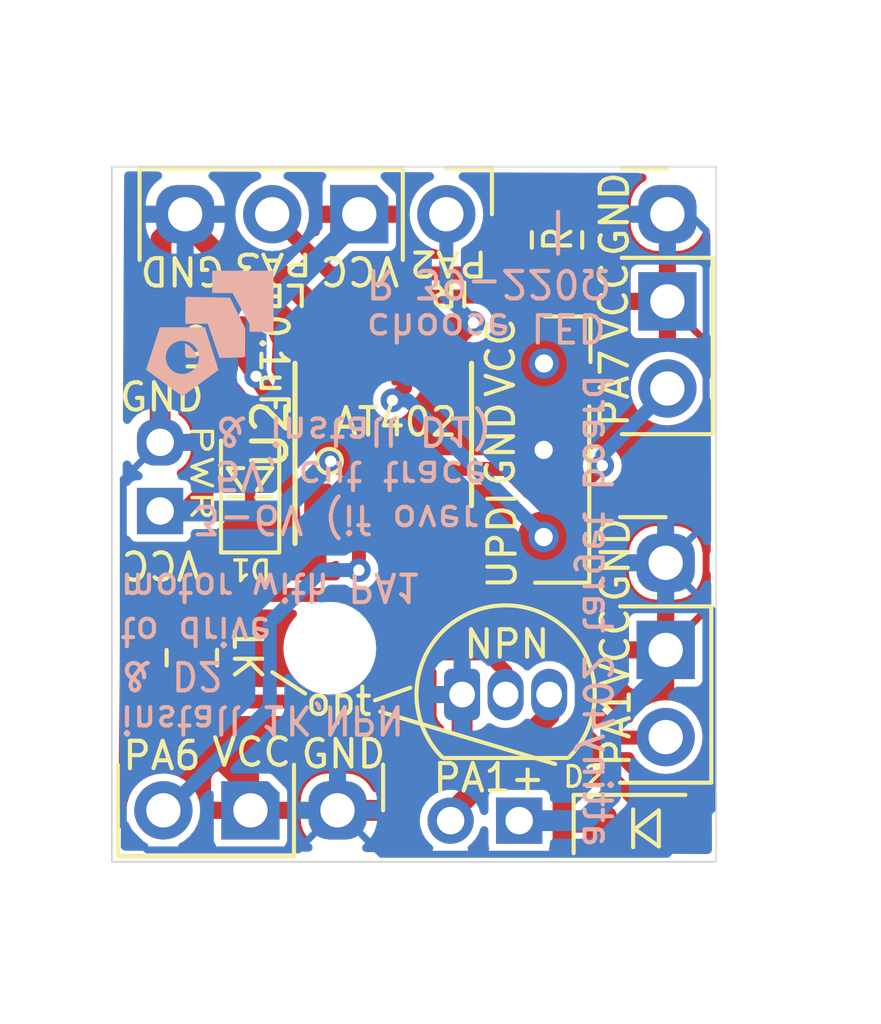
<source format=kicad_pcb>
(kicad_pcb (version 20221018) (generator pcbnew)

  (general
    (thickness 1.6)
  )

  (paper "A4")
  (layers
    (0 "F.Cu" signal)
    (31 "B.Cu" signal)
    (32 "B.Adhes" user "B.Adhesive")
    (33 "F.Adhes" user "F.Adhesive")
    (34 "B.Paste" user)
    (35 "F.Paste" user)
    (36 "B.SilkS" user "B.Silkscreen")
    (37 "F.SilkS" user "F.Silkscreen")
    (38 "B.Mask" user)
    (39 "F.Mask" user)
    (40 "Dwgs.User" user "User.Drawings")
    (41 "Cmts.User" user "User.Comments")
    (42 "Eco1.User" user "User.Eco1")
    (43 "Eco2.User" user "User.Eco2")
    (44 "Edge.Cuts" user)
    (45 "Margin" user)
    (46 "B.CrtYd" user "B.Courtyard")
    (47 "F.CrtYd" user "F.Courtyard")
    (48 "B.Fab" user)
    (49 "F.Fab" user)
  )

  (setup
    (pad_to_mask_clearance 0.0508)
    (solder_mask_min_width 0.101)
    (pcbplotparams
      (layerselection 0x00010fc_ffffffff)
      (plot_on_all_layers_selection 0x0000000_00000000)
      (disableapertmacros false)
      (usegerberextensions true)
      (usegerberattributes true)
      (usegerberadvancedattributes true)
      (creategerberjobfile true)
      (dashed_line_dash_ratio 12.000000)
      (dashed_line_gap_ratio 3.000000)
      (svgprecision 6)
      (plotframeref false)
      (viasonmask false)
      (mode 1)
      (useauxorigin false)
      (hpglpennumber 1)
      (hpglpenspeed 20)
      (hpglpendiameter 15.000000)
      (dxfpolygonmode true)
      (dxfimperialunits true)
      (dxfusepcbnewfont true)
      (psnegative false)
      (psa4output false)
      (plotreference true)
      (plotvalue true)
      (plotinvisibletext false)
      (sketchpadsonfab false)
      (subtractmaskfromsilk false)
      (outputformat 1)
      (mirror false)
      (drillshape 0)
      (scaleselection 1)
      (outputdirectory "gerbers")
    )
  )

  (net 0 "")
  (net 1 "GNDREF")
  (net 2 "Net-(D1-A)")
  (net 3 "Net-(Q1-B)")
  (net 4 "Net-(J7-Pin_1)")
  (net 5 "Net-(U2-PA3)")
  (net 6 "Net-(J7-Pin_3)")
  (net 7 "/PA6")
  (net 8 "/PA1")
  (net 9 "/PA7")
  (net 10 "/updi")
  (net 11 "+4V")

  (footprint "Diode_SMD:D_SOD-323_HandSoldering" (layer "F.Cu") (at 213.975 152.275))

  (footprint "Connector_PinHeader_2.54mm:PinHeader_1x03_P2.54mm_Vertical" (layer "F.Cu") (at 214.65 144.66))

  (footprint "Capacitor_SMD:C_0805_2012Metric_Pad1.18x1.45mm_HandSolder" (layer "F.Cu") (at 200.9625 138.2 180))

  (footprint "Connector_PinHeader_2.54mm:PinHeader_1x03_P2.54mm_Vertical" (layer "F.Cu") (at 205.075 151.875 -90))

  (footprint "attinyspeaker:D_SO-8_handsolder" (layer "F.Cu") (at 206.41 140.92 90))

  (footprint "Resistor_SMD:R_0805_2012Metric_Pad1.20x1.40mm_HandSolder" (layer "F.Cu") (at 211.48 135.25 -90))

  (footprint "Connector_PinHeader_2.54mm:PinHeader_1x03_P2.54mm_Vertical" (layer "F.Cu") (at 214.7 134.5))

  (footprint "attinyspeaker:PinHeader_1x03_P2.54mm_Vertical_smd" (layer "F.Cu") (at 211.09 138.83))

  (footprint "Connector_PinHeader_2.00mm:PinHeader_1x02_P2.00mm_Vertical" (layer "F.Cu") (at 210.375 152.175 -90))

  (footprint "MountingHole:MountingHole_2.2mm_M2" (layer "F.Cu") (at 204.85 147.15))

  (footprint "Connector_PinHeader_2.54mm:PinHeader_1x04_P2.54mm_Vertical" (layer "F.Cu") (at 208.25 134.5 -90))

  (footprint "Diode_SMD:D_SOD-323_HandSoldering" (layer "F.Cu") (at 202.525 142.35 90))

  (footprint "Resistor_SMD:R_0805_2012Metric_Pad1.20x1.40mm_HandSolder" (layer "F.Cu") (at 200.825 147.425 -90))

  (footprint "Connector_PinHeader_2.00mm:PinHeader_1x02_P2.00mm_Vertical" (layer "F.Cu") (at 199.9 143.15 180))

  (footprint "Package_TO_SOT_THT:TO-92_Inline" (layer "F.Cu") (at 208.71 148.5))

  (gr_poly
    (pts
      (xy 200.69717 138.690218)
      (xy 200.693177 138.68931)
      (xy 200.689215 138.688076)
      (xy 200.685293 138.686533)
      (xy 200.681419 138.684699)
      (xy 200.677604 138.682591)
      (xy 200.673856 138.680226)
      (xy 200.670183 138.67762)
      (xy 200.666594 138.674792)
      (xy 200.6631 138.671758)
      (xy 200.659707 138.668535)
      (xy 200.656426 138.665142)
      (xy 200.653264 138.661593)
      (xy 200.650232 138.657908)
      (xy 200.647338 138.654103)
      (xy 200.64459 138.650194)
      (xy 200.641999 138.6462)
      (xy 200.639571 138.642138)
      (xy 200.637318 138.638024)
      (xy 200.635246 138.633876)
      (xy 200.633366 138.629711)
      (xy 200.631687 138.625545)
      (xy 200.630216 138.621397)
      (xy 200.628963 138.617284)
      (xy 200.627937 138.613221)
      (xy 200.627147 138.609228)
      (xy 200.626601 138.60532)
      (xy 200.626309 138.601515)
      (xy 200.626279 138.59783)
      (xy 200.626521 138.594282)
      (xy 200.627043 138.590888)
      (xy 200.627854 138.587666)
      (xy 200.626053 138.260086)
      (xy 200.657162 138.275561)
      (xy 200.688183 138.293829)
      (xy 200.71884 138.314612)
      (xy 200.748855 138.337633)
      (xy 200.77795 138.362614)
      (xy 200.805849 138.389278)
      (xy 200.832273 138.417346)
      (xy 200.856946 138.446543)
      (xy 200.879589 138.476589)
      (xy 200.899925 138.507208)
      (xy 200.917678 138.538122)
      (xy 200.932569 138.569053)
      (xy 200.938854 138.584438)
      (xy 200.94432 138.599724)
      (xy 200.948932 138.614875)
      (xy 200.952656 138.629857)
      (xy 200.955456 138.644635)
      (xy 200.957297 138.659175)
      (xy 200.958146 138.673441)
      (xy 200.957967 138.6874)
      (xy 200.701186 138.690783)
    )

    (stroke (width 0) (type solid)) (fill solid) (layer "B.SilkS") (tstamp 3801447a-8143-45c4-8dbb-0919d257ff51))
  (gr_line (start 211.51 135.65) (end 211.51 134.43)
    (stroke (width 0.12) (type default)) (layer "B.SilkS") (tstamp 5977129b-0073-4d29-9e7b-0a5cd75a9197))
  (gr_poly
    (pts
      (xy 201.287895 137.692553)
      (xy 200.634155 137.690753)
      (xy 200.638385 137.040607)
      (xy 200.635357 137.0241)
      (xy 200.633188 137.008243)
      (xy 200.632003 136.993134)
      (xy 200.63182 136.985888)
      (xy 200.63193 136.978865)
      (xy 200.632349 136.972076)
      (xy 200.633092 136.965533)
      (xy 200.634176 136.959248)
      (xy 200.635615 136.953232)
      (xy 200.637427 136.947498)
      (xy 200.639625 136.942058)
      (xy 200.642227 136.936923)
      (xy 200.645248 136.932105)
      (xy 200.648702 136.927616)
      (xy 200.652607 136.923469)
      (xy 200.656978 136.919674)
      (xy 200.661829 136.916244)
      (xy 200.667178 136.91319)
      (xy 200.67304 136.910525)
      (xy 200.67943 136.90826)
      (xy 200.686364 136.906408)
      (xy 200.693858 136.904979)
      (xy 200.701928 136.903987)
      (xy 200.710588 136.903442)
      (xy 200.719856 136.903358)
      (xy 200.729745 136.903744)
      (xy 200.740273 136.904615)
      (xy 200.751455 136.90598)
      (xy 200.763307 136.907853)
      (xy 201.938957 136.932692)
      (xy 202.384499 137.823864)
      (xy 202.380269 138.527298)
      (xy 202.37962 138.543816)
      (xy 202.379891 138.55965)
      (xy 202.381697 138.589017)
      (xy 202.382484 138.602426)
      (xy 202.382695 138.614903)
      (xy 202.381956 138.626384)
      (xy 202.381114 138.631732)
      (xy 202.379893 138.636809)
      (xy 202.378248 138.641605)
      (xy 202.376132 138.646115)
      (xy 202.373498 138.650329)
      (xy 202.370299 138.654239)
      (xy 202.366488 138.65784)
      (xy 202.362019 138.661121)
      (xy 202.356845 138.664076)
      (xy 202.350919 138.666698)
      (xy 202.344194 138.668977)
      (xy 202.336625 138.670907)
      (xy 202.328163 138.672479)
      (xy 202.318762 138.673686)
      (xy 202.308375 138.674521)
      (xy 202.296957 138.674974)
      (xy 202.284459 138.67504)
      (xy 202.270835 138.674709)
      (xy 201.632064 138.690807)
    )

    (stroke (width 0) (type solid)) (fill solid) (layer "B.SilkS") (tstamp 5e7a109a-53e9-4dd6-b81d-846074a9e55a))
  (gr_poly
    (pts
      (xy 202.507209 137.927503)
      (xy 202.50529 137.693614)
      (xy 202.009352 136.795767)
      (xy 201.418941 136.795767)
      (xy 201.418941 136.147692)
      (xy 203.208 136.147692)
      (xy 203.208 137.933622)
    )

    (stroke (width 0) (type solid)) (fill solid) (layer "B.SilkS") (tstamp d8cdedef-d62f-4205-93b1-5628a8ea30b1))
  (gr_poly
    (pts
      (xy 199.49 139.03)
      (xy 199.888611 137.796192)
      (xy 201.206239 137.796192)
      (xy 201.487637 138.672432)
      (xy 201.030331 138.672432)
      (xy 201.029729 138.648499)
      (xy 201.027952 138.624728)
      (xy 201.025015 138.601159)
      (xy 201.020936 138.577833)
      (xy 201.01573 138.554788)
      (xy 201.009414 138.532064)
      (xy 201.002005 138.509702)
      (xy 200.993519 138.487739)
      (xy 200.983972 138.466216)
      (xy 200.973381 138.445173)
      (xy 200.961762 138.424649)
      (xy 200.949132 138.404683)
      (xy 200.935506 138.385315)
      (xy 200.920902 138.366586)
      (xy 200.905336 138.348533)
      (xy 200.888824 138.331197)
      (xy 200.871473 138.314701)
      (xy 200.853406 138.299151)
      (xy 200.834662 138.284564)
      (xy 200.81528 138.270956)
      (xy 200.795301 138.258343)
      (xy 200.774762 138.246743)
      (xy 200.753704 138.236171)
      (xy 200.732165 138.226644)
      (xy 200.710186 138.218177)
      (xy 200.687805 138.210789)
      (xy 200.665061 138.204494)
      (xy 200.641995 138.199309)
      (xy 200.618644 138.195251)
      (xy 200.59505 138.192335)
      (xy 200.57125 138.190579)
      (xy 200.547284 138.189999)
      (xy 200.522462 138.190644)
      (xy 200.497967 138.192524)
      (xy 200.473828 138.195607)
      (xy 200.450076 138.199865)
      (xy 200.426741 138.205265)
      (xy 200.403854 138.211779)
      (xy 200.381445 138.219375)
      (xy 200.359543 138.228023)
      (xy 200.33818 138.237693)
      (xy 200.317386 138.248355)
      (xy 200.29719 138.259979)
      (xy 200.277623 138.272533)
      (xy 200.258716 138.285988)
      (xy 200.240499 138.300314)
      (xy 200.223001 138.315479)
      (xy 200.206254 138.331454)
      (xy 200.190287 138.348209)
      (xy 200.175131 138.365712)
      (xy 200.160816 138.383935)
      (xy 200.147372 138.402845)
      (xy 200.134829 138.422414)
      (xy 200.123219 138.442611)
      (xy 200.112571 138.463405)
      (xy 200.102915 138.484766)
      (xy 200.094281 138.506664)
      (xy 200.086701 138.529068)
      (xy 200.080203 138.551949)
      (xy 200.07482 138.575275)
      (xy 200.070579 138.599017)
      (xy 200.067513 138.623144)
      (xy 200.065651 138.647626)
      (xy 200.065024 138.672432)
      (xy 200.065605 138.696367)
      (xy 200.067361 138.720139)
      (xy 200.070276 138.74371)
      (xy 200.074334 138.767041)
      (xy 200.079519 138.79009)
      (xy 200.085814 138.812819)
      (xy 200.093203 138.835189)
      (xy 200.101669 138.857159)
      (xy 200.111197 138.878691)
      (xy 200.121769 138.899744)
      (xy 200.133369 138.920279)
      (xy 200.145982 138.940256)
      (xy 200.15959 138.959636)
      (xy 200.174177 138.978379)
      (xy 200.189727 138.996446)
      (xy 200.206224 139.013797)
      (xy 200.22356 139.030309)
      (xy 200.241613 139.045875)
      (xy 200.260343 139.060479)
      (xy 200.279711 139.074105)
      (xy 200.299677 139.086735)
      (xy 200.320201 139.098354)
      (xy 200.341245 139.108945)
      (xy 200.362768 139.118491)
      (xy 200.38473 139.126977)
      (xy 200.407093 139.134386)
      (xy 200.429817 139.140702)
      (xy 200.452862 139.145907)
      (xy 200.476188 139.149986)
      (xy 200.499756 139.152923)
      (xy 200.523527 139.1547)
      (xy 200.547449 139.155302)
      (xy 200.571386 139.154722)
      (xy 200.595172 139.152965)
      (xy 200.618757 139.150048)
      (xy 200.6421 139.145986)
      (xy 200.665162 139.140796)
      (xy 200.687903 139.134495)
      (xy 200.710285 139.127099)
      (xy 200.732266 139.118624)
      (xy 200.753808 139.109087)
      (xy 200.77487 139.098505)
      (xy 200.795414 139.086892)
      (xy 200.815399 139.074267)
      (xy 200.834786 139.060645)
      (xy 200.853535 139.046044)
      (xy 200.871606 139.030478)
      (xy 200.888961 139.013965)
      (xy 200.905476 138.996612)
      (xy 200.921043 138.978542)
      (xy 200.935647 138.959794)
      (xy 200.94927 138.940408)
      (xy 200.961897 138.920424)
      (xy 200.973511 138.899881)
      (xy 200.984096 138.878819)
      (xy 200.993635 138.857278)
      (xy 201.002112 138.835296)
      (xy 201.00951 138.812914)
      (xy 201.015813 138.790172)
      (xy 201.021005 138.767108)
      (xy 201.025069 138.743762)
      (xy 201.027989 138.720175)
      (xy 201.029749 138.696385)
      (xy 201.030331 138.672432)
      (xy 201.487637 138.672432)
      (xy 201.604851 139.037422)
      (xy 200.549171 139.809753)
    )

    (stroke (width 0) (type solid)) (fill solid) (layer "B.SilkS") (tstamp fad7a4e0-3d91-43c6-8c30-297228464c33))
  (gr_line (start 211.425 150.525) (end 206.325 149)
    (stroke (width 0.12) (type default)) (layer "F.SilkS") (tstamp 239c7d21-c77e-467f-9619-c884e286c121))
  (gr_line (start 203.175 141.9) (end 202.725 142.55)
    (stroke (width 0.12) (type default)) (layer "F.SilkS") (tstamp 2e6e5200-cec8-4e6a-ba06-ef9daec8618a))
  (gr_line (start 206.17 148.67) (end 207.2 148.3)
    (stroke (width 0.12) (type default)) (layer "F.SilkS") (tstamp 4dbdbf11-ee9d-442d-8498-b4e3ba56de35))
  (gr_line (start 202.325 141.9) (end 201.875 141.9)
    (stroke (width 0.12) (type default)) (layer "F.SilkS") (tstamp 6be0b539-d1cc-4a8b-9e2d-342814121cc0))
  (gr_line (start 202.725 141.9) (end 203.175 141.9)
    (stroke (width 0.12) (type default)) (layer "F.SilkS") (tstamp 8075b3c8-4872-4c63-a1f6-efdb69456271))
  (gr_line (start 213.7 151.85) (end 213.7 152.95)
    (stroke (width 0.12) (type default)) (layer "F.SilkS") (tstamp 8ad32d74-1fcd-4c40-9b39-7a36f0da2c81))
  (gr_circle (center 204.839445 141.7) (end 205.039445 142)
    (stroke (width 0.12) (type default)) (fill none) (layer "F.SilkS") (tstamp 97cfb831-6ab1-4a2a-8de2-ea7220ec7117))
  (gr_line (start 214.45 151.875) (end 213.75 152.425)
    (stroke (width 0.12) (type default)) (layer "F.SilkS") (tstamp a5f33537-6965-40ce-8b7f-ce5247b3b167))
  (gr_line (start 204.13 148.47) (end 203.175 147.85)
    (stroke (width 0.12) (type default)) (layer "F.SilkS") (tstamp bd88183f-e89c-464e-83af-02c3c48a4df6))
  (gr_line (start 201.875 141.9) (end 202.325 142.55)
    (stroke (width 0.12) (type default)) (layer "F.SilkS") (tstamp bff47fd7-efd6-4359-962b-276eb11af011))
  (gr_line (start 214.45 151.875) (end 214.45 152.925)
    (stroke (width 0.12) (type default)) (layer "F.SilkS") (tstamp daf147bc-352b-4311-9524-db30cb48a104))
  (gr_line (start 213.75 152.425) (end 214.45 152.925)
    (stroke (width 0.12) (type default)) (layer "F.SilkS") (tstamp f5c58da8-5689-49c8-8762-cfc6a4f4ecc7))
  (gr_line (start 203.15 142.75) (end 202.7 142.75)
    (stroke (width 0.12) (type default)) (layer "F.SilkS") (tstamp fe76554e-291b-4eb4-b990-27c2f86eeafe))
  (gr_line (start 202.325 142.75) (end 201.875 142.75)
    (stroke (width 0.12) (type default)) (layer "F.SilkS") (tstamp fef0a1b7-a076-424d-96a3-ae2e3a0bf508))
  (gr_rect (start 198.4912 133.113) (end 216.125 153.375)
    (stroke (width 0.05) (type default)) (fill none) (layer "Edge.Cuts") (tstamp 086fdd64-1125-4f28-9ccb-c20c4bccc0ff))
  (gr_text "choose LED\nR 39-220Ω" (at 205.85 136.05 180) (layer "B.SilkS") (tstamp 333940c3-00f3-455f-9986-38e806aa208d)
    (effects (font (size 0.8 0.8) (thickness 0.12)) (justify left bottom mirror))
  )
  (gr_text "attiny402 target board\n\n" (at 210.89 153.04 270) (layer "B.SilkS") (tstamp 8fc23ffd-891f-42e5-a861-439a752ec015)
    (effects (font (size 0.8 0.8) (thickness 0.12)) (justify left bottom mirror))
  )
  (gr_text "install 1K,NPN\n& D2\nto drive\nmotor with PA1" (at 198.675 144.9 180) (layer "B.SilkS") (tstamp 9a4c358e-761a-47c4-a95e-b3d163ce080e)
    (effects (font (size 0.8 0.75) (thickness 0.12)) (justify left bottom mirror))
  )
  (gr_text "3-6V (if over\n 5V, cut trace\n & install D1)\n" (at 200.8 140.35 180) (layer "B.SilkS") (tstamp dd7bc8e9-9da0-4ef5-a3c3-bbde72c740d5)
    (effects (font (size 0.8 0.8) (thickness 0.12)) (justify left bottom mirror))
  )
  (gr_text "PA3" (at 204.4 135.6 180) (layer "F.SilkS") (tstamp 072a2a9b-1309-4678-afad-133b2cc3c83b)
    (effects (font (size 0.6 0.8) (thickness 0.12)) (justify left bottom))
  )
  (gr_text "PA1" (at 213.675 150.675 90) (layer "F.SilkS") (tstamp 18c57d4c-c43d-4938-86b3-f2eb6ff1317c)
    (effects (font (size 0.8 0.8) (thickness 0.12)) (justify left bottom))
  )
  (gr_text "PA2" (at 209.52 135.525 180) (layer "F.SilkS") (tstamp 1ae0db5a-9a9f-4ecc-b3d2-6db1df9361d0)
    (effects (font (size 0.7 0.8) (thickness 0.12)) (justify left bottom))
  )
  (gr_text "VCC" (at 213.65 148.35 90) (layer "F.SilkS") (tstamp 27495e14-e2ac-4003-9bbf-7e639d5eeb63)
    (effects (font (size 0.8 0.8) (thickness 0.12)) (justify left bottom))
  )
  (gr_text "GND" (at 210.3 142.5 90) (layer "F.SilkS") (tstamp 311db135-651e-4f78-9ee3-41136b3b5e96)
    (effects (font (size 0.8 0.8) (thickness 0.12)) (justify left bottom))
  )
  (gr_text "VCC" (at 206.95 135.675 180) (layer "F.SilkS") (tstamp 380a1263-42ae-44e4-9d7d-29bfe991f99d)
    (effects (font (size 0.8 0.8) (thickness 0.12)) (justify left bottom))
  )
  (gr_text "NPN" (at 208.7 147.5) (layer "F.SilkS") (tstamp 4d44ea09-cc4b-4421-a764-c6ab5704272d)
    (effects (font (size 0.8 0.8) (thickness 0.12)) (justify left bottom))
  )
  (gr_text "PA6" (at 198.75 150.75) (layer "F.SilkS") (tstamp 52aa1040-3dd4-4353-94d6-4742ad89ec41)
    (effects (font (size 0.8 0.8) (thickness 0.12)) (justify left bottom))
  )
  (gr_text "GND" (at 213.625 135.8 90) (layer "F.SilkS") (tstamp 62a3a584-d5e3-4b31-ba1d-3cdf21d48338)
    (effects (font (size 0.8 0.8) (thickness 0.12)) (justify left bottom))
  )
  (gr_text "LED" (at 204.3 136.5 180) (layer "F.SilkS") (tstamp 6397a1bb-b259-44a9-b981-5cf472cd29ba)
    (effects (font (size 0.6 0.8) (thickness 0.12)) (justify left bottom))
  )
  (gr_text "GND" (at 213.65 145.875 90) (layer "F.SilkS") (tstamp 65ca4daa-4fe8-4610-8d4c-7beca3b0eb14)
    (effects (font (size 0.8 0.8) (thickness 0.12)) (justify left bottom))
  )
  (gr_text "PWR" (at 200.75 140.55 270) (layer "F.SilkS") (tstamp 692318c6-42eb-44f8-8a9d-e4d65773a6fa)
    (effects (font (size 0.6 0.9) (thickness 0.1) bold) (justify left bottom))
  )
  (gr_text "GND" (at 203.95 150.7) (layer "F.SilkS") (tstamp 756ecbef-40fd-456d-abc7-4f8a0133be86)
    (effects (font (size 0.8 0.8) (thickness 0.12)) (justify left bottom))
  )
  (gr_text "opt" (at 204.08 149.17) (layer "F.SilkS") (tstamp 762060fb-835a-4361-be36-a734eb3f1e60)
    (effects (font (size 0.8 0.8) (thickness 0.12)) (justify left bottom))
  )
  (gr_text "UPDI" (at 210.35 145.5 90) (layer "F.SilkS") (tstamp 770f24f7-1139-4614-b64e-cf335a110826)
    (effects (font (size 0.8 0.8) (thickness 0.12)) (justify left bottom))
  )
  (gr_text "R" (at 211.973699 135.655789 90) (layer "F.SilkS") (tstamp 7ba1ff61-3ddb-4bae-93c5-23ae5816cd88)
    (effects (font (size 0.8 0.7) (thickness 0.12) bold) (justify left bottom))
  )
  (gr_text "1K" (at 201.975 146.425 -90) (layer "F.SilkS") (tstamp 7cb0dbd9-5040-4af4-a722-5225b21fec84)
    (effects (font (size 0.8 0.8) (thickness 0.12)) (justify left bottom))
  )
  (gr_text "C" (at 201.422 137.668 180) (layer "F.SilkS") (tstamp 9f887770-b659-46a2-8a3f-b391f0143e8d)
    (effects (font (size 0.8 0.7) (thickness 0.12) bold) (justify left bottom))
  )
  (gr_text "VCC" (at 201.35 150.65) (layer "F.SilkS") (tstamp a0e41bef-3370-4417-9638-5fe97c14ad38)
    (effects (font (size 0.8 0.8) (thickness 0.12)) (justify left bottom))
  )
  (gr_text "VCC" (at 213.6 138.275 90) (layer "F.SilkS") (tstamp a882b4ce-5eae-41ba-af48-5cc74bf8a808)
    (effects (font (size 0.8 0.8) (thickness 0.12)) (justify left bottom))
  )
  (gr_text "AT402" (at 204.9 141.025) (layer "F.SilkS") (tstamp b2176c8e-e997-443d-88d5-ff629ee4db7d)
    (effects (font (size 0.8 0.8) (thickness 0.12)) (justify left bottom))
  )
  (gr_text "GND" (at 198.65 140.3) (layer "F.SilkS") (tstamp b30cec8a-1828-49da-9c9a-7085e5624b29)
    (effects (font (size 0.8 0.8) (thickness 0.12)) (justify left bottom))
  )
  (gr_text "VCC" (at 201.15 144.25 180) (layer "F.SilkS") (tstamp bd1a0828-d1e2-49e7-83fb-20c3782640ba)
    (effects (font (size 0.8 0.8) (thickness 0.12)) (justify left bottom))
  )
  (gr_text "IR" (at 209.042 136.398 180) (layer "F.SilkS") (tstamp c0b3c792-a261-4215-8226-56c4b9dbc9ec)
    (effects (font (size 0.7 0.8) (thickness 0.12)) (justify left bottom))
  )
  (gr_text "VCC" (at 210.3 139.9 90) (layer "F.SilkS") (tstamp c821acb0-01c2-41ec-8941-1f146df1b94e)
    (effects (font (size 0.8 0.8) (thickness 0.12)) (justify left bottom))
  )
  (gr_text "D2" (at 211.6 151.25) (layer "F.SilkS") (tstamp c8547dac-120f-4ebf-b9bc-d4660008f8fa)
    (effects (font (size 0.6 0.6) (thickness 0.1) bold) (justify left bottom))
  )
  (gr_text "D1" (at 203.2 144.5 180) (layer "F.SilkS") (tstamp cf876566-cbf6-4e8c-a015-3a856b1c0e4b)
    (effects (font (size 0.6 0.6) (thickness 0.1) bold) (justify left bottom))
  )
  (gr_text "PA7" (at 213.625 140.775 90) (layer "F.SilkS") (tstamp eb1e0126-2070-43c4-bbbc-d68bc27021ed)
    (effects (font (size 0.8 0.8) (thickness 0.12)) (justify left bottom))
  )
  (gr_text "PA1+" (at 207.8 151.4) (layer "F.SilkS") (tstamp f66dfe37-8436-48a9-b705-166e456bfa5a)
    (effects (font (size 0.8 0.8) (thickness 0.12)) (justify left bottom))
  )
  (gr_text "GND" (at 201.85 135.675 180) (layer "F.SilkS") (tstamp f781e591-4672-4737-abf6-32c95bbb6e04)
    (effects (font (size 0.8 0.8) (thickness 0.12)) (justify left bottom))
  )
  (gr_text "0.1uF" (at 202.75 137.35 -90) (layer "F.SilkS") (tstamp ffcfb085-82fd-4192-9d59-23aa1c97ab5f)
    (effects (font (size 0.8 0.7) (thickness 0.12) bold) (justify left bottom))
  )

  (segment (start 203.35 136.175) (end 204.505 137.33) (width 0.6096) (layer "F.Cu") (net 1) (tstamp 1313bb5b-8502-464b-aeb5-b74a74b81968))
  (segment (start 208.71 149.865) (end 208.71 148.5) (width 0.6096) (layer "F.Cu") (net 1) (tstamp 1deb7e1f-b569-495d-ac06-d7713750bf73))
  (segment (start 199.9 141.15) (end 199.9 138.225) (width 0.6096) (layer "F.Cu") (net 1) (tstamp 22404f12-770c-41df-9762-2eeed8f6a502))
  (segment (start 199.925 136.175) (end 199.925 135.23) (width 0.6096) (layer "F.Cu") (net 1) (tstamp 29b3c71b-9c6f-4e65-aa1c-dd4fdb456ebe))
  (segment (start 205.075 151.875) (end 206.7 151.875) (width 0.6096) (layer "F.Cu") (net 1) (tstamp 393f884c-06be-495b-8bcf-573b69dbdbd7))
  (segment (start 206.7 151.875) (end 208.71 149.865) (width 0.6096) (layer "F.Cu") (net 1) (tstamp 40c64502-9013-4dba-a2c4-292a85778c1e))
  (segment (start 200.63 134.73) (end 202.075 136.175) (width 0.6096) (layer "F.Cu") (net 1) (tstamp 49c46e70-d7a6-45f4-8262-4a7fb6ac2885))
  (segment (start 199.925 138.2) (end 199.925 136.175) (width 0.6096) (layer "F.Cu") (net 1) (tstamp 6def5464-62c4-4dd5-b85b-fbd625c9035d))
  (segment (start 199.9 138.225) (end 199.925 138.2) (width 0.6096) (layer "F.Cu") (net 1) (tstamp 7348b0f5-2f5b-42a3-a977-0dfe0bfef2a5))
  (segment (start 204.505 137.33) (end 204.505 138.445) (width 0.6096) (layer "F.Cu") (net 1) (tstamp 797c5945-4b21-4061-a4da-8c5c9b09a4f1))
  (segment (start 199.925 135.23) (end 200.63 134.525) (width 0.6096) (layer "F.Cu") (net 1) (tstamp 907681de-3dab-4f25-9484-03554086baf0))
  (segment (start 202.075 136.175) (end 199.925 136.175) (width 0.6096) (layer "F.Cu") (net 1) (tstamp ad8c51aa-fb59-4d84-ac02-afa65c0aaba9))
  (segment (start 202.075 136.175) (end 203.35 136.175) (width 0.6096) (layer "F.Cu") (net 1) (tstamp d473c7d5-437a-4d8f-bad4-4be7e068c508))
  (segment (start 200.63 134.525) (end 200.63 134.73) (width 0.6096) (layer "F.Cu") (net 1) (tstamp df6d2d60-4b96-4f63-9ef2-d5ba732472fc))
  (via (at 211.09 141.37) (size 0.8858) (drill 0.5302) (layers "F.Cu" "B.Cu") (net 1) (tstamp c6b90189-bd55-4312-8a21-c19185f5a8bb))
  (segment (start 198.825 142.225) (end 199.9 141.15) (width 0.2032) (layer "B.Cu") (net 1) (tstamp 0c63424c-4f25-4975-a780-b79cca446766))
  (segment (start 203.9206 153.0294) (end 199.5222 153.0294) (width 0.2032) (layer "B.Cu") (net 1) (tstamp 17d2e340-f735-4a2d-99ba-b633f755c3f2))
  (segment (start 215.8294 143.4956) (end 215.8294 134.979401) (width 0.2032) (layer "B.Cu") (net 1) (tstamp 25160959-07c6-4280-8c8a-95fe3ed94551))
  (segment (start 198.825 152.3322) (end 198.825 142.225) (width 0.2032) (layer "B.Cu") (net 1) (tstamp 2f6b93f5-3561-4bb7-99db-98a154ccc602))
  (segment (start 214.65 144.675) (end 215.8294 143.4956) (width 0.2032) (layer "B.Cu") (net 1) (tstamp 314f011f-3291-4b1c-b84e-0005dd758e50))
  (segment (start 215.399999 134.55) (end 214.7 134.55) (width 0.2032) (layer "B.Cu") (net 1) (tstamp 4fac0a12-6d44-43a3-8a90-3ee1c152b25b))
  (segment (start 205.075 151.875) (end 206.3544 153.1544) (width 0.2032) (layer "B.Cu") (net 1) (tstamp 655b72cd-3386-46f5-af7f-647694365346))
  (segment (start 205.075 151.875) (end 203.9206 153.0294) (width 0.2032) (layer "B.Cu") (net 1) (tstamp 6c5a1ccb-b3dd-4011-8626-b2686ac41841))
  (segment (start 215.9984 151.8516) (end 215.9984 146.0234) (width 0.2032) (layer "B.Cu") (net 1) (tstamp 9589d908-48b3-4f44-8cfa-9440f7860576))
  (segment (start 199.5222 153.0294) (end 198.825 152.3322) (width 0.2032) (layer "B.Cu") (net 1) (tstamp c3d6ff17-9613-4b8e-af35-3db98eaaf51a))
  (segment (start 215.9984 146.0234) (end 214.65 144.675) (width 0.2032) (layer "B.Cu") (net 1) (tstamp dced938e-7292-4a9c-8871-7ab3afca4d46))
  (segment (start 214.6956 153.1544) (end 215.9984 151.8516) (width 0.2032) (layer "B.Cu") (net 1) (tstamp e59c6530-d737-40b4-916e-cd288cc4b236))
  (segment (start 206.3544 153.1544) (end 214.6956 153.1544) (width 0.2032) (layer "B.Cu") (net 1) (tstamp ebb49499-1cbe-4150-b47b-e800236a8587))
  (segment (start 215.8294 134.979401) (end 215.399999 134.55) (width 0.2032) (layer "B.Cu") (net 1) (tstamp ec542a53-1ea4-4f95-99d5-c874be56e33e))
  (segment (start 208.55 152) (end 208.375 152.175) (width 0.6096) (layer "F.Cu") (net 2) (tstamp 1b3bbe7c-bbdc-4528-83bf-ead09213baa8))
  (segment (start 209.425 150.925) (end 213.1 150.925) (width 0.4064) (layer "F.Cu") (net 2) (tstamp 24541012-7b00-46f2-a400-4b4b0dae68c1))
  (segment (start 213.1 150.925) (end 214.45 152.275) (width 0.4064) (layer "F.Cu") (net 2) (tstamp 31540625-134c-41ff-b351-b101af65e523))
  (segment (start 214.45 152.275) (end 215.225 152.275) (width 0.4064) (layer "F.Cu") (net 2) (tstamp ccd6f89c-09cc-4901-9987-7a8d62cd0000))
  (segment (start 211.25 149.1) (end 208.55 151.8) (width 0.6096) (layer "F.Cu") (net 2) (tstamp ea09edd1-9407-4cad-9539-7b8076945690))
  (segment (start 211.25 148.5) (end 211.25 149.1) (width 0.6096) (layer "F.Cu") (net 2) (tstamp ea688756-32f3-468f-836f-c589835cb51c))
  (segment (start 208.55 151.8) (end 208.55 152) (width 0.6096) (layer "F.Cu") (net 2) (tstamp edfbb341-af52-4e41-afcb-91a4e8da4e86))
  (segment (start 208.55 151.8) (end 209.425 150.925) (width 0.4064) (layer "F.Cu") (net 2) (tstamp fb9e562f-f761-43c1-85fa-81193fed0bf9))
  (segment (start 209.98 147.83) (end 209.98 148.5) (width 0.4064) (layer "F.Cu") (net 3) (tstamp 03bf9dec-9bd2-43b2-af2a-3644885aced8))
  (segment (start 201.1032 148.7032) (end 205.9218 148.7032) (width 0.4064) (layer "F.Cu") (net 3) (tstamp 0a08c844-941d-4011-8fc4-0a67095d171e))
  (segment (start 200.825 148.425) (end 201.1032 148.7032) (width 0.4064) (layer "F.Cu") (net 3) (tstamp 0bde668f-8f8b-41d4-8ca3-69926d886b7b))
  (segment (start 209.45 147.3) (end 209.98 147.83) (width 0.4064) (layer "F.Cu") (net 3) (tstamp 19c71f6f-c4bc-4c94-a4b9-c928ae611040))
  (segment (start 205.9218 148.7032) (end 207.325 147.3) (width 0.4064) (layer "F.Cu") (net 3) (tstamp 9205856b-c1cc-44c7-93fe-907b4032c1ab))
  (segment (start 207.325 147.3) (end 209.45 147.3) (width 0.4064) (layer "F.Cu") (net 3) (tstamp f0973a5d-be22-44d0-9b33-2a1a6d206883))
  (segment (start 209.042 137.718) (end 208.315 138.445) (width 0.4064) (layer "F.Cu") (net 4) (tstamp 0965180c-ca4c-4de3-810a-795492395271))
  (segment (start 209.042 137.668) (end 209.042 137.718) (width 0.4064) (layer "F.Cu") (net 4) (tstamp 19710cf0-ab7a-4182-aacf-7b5d299ac986))
  (via (at 209.042 137.668) (size 0.6858) (drill 0.3302) (layers "F.Cu" "B.Cu") (net 4) (tstamp 6a010330-0c4a-45af-b592-43a995226e2e))
  (segment (start 208.25 136.876) (end 208.25 134.525) (width 0.4064) (layer "B.Cu") (net 4) (tstamp 85ab75a6-34f1-42ef-b86e-ddbeae74ba96))
  (segment (start 209.042 137.668) (end 208.25 136.876) (width 0.4064) (layer "B.Cu") (net 4) (tstamp b9e7e940-8050-4d7e-a9e0-f59841984799))
  (segment (start 206.55 136.9) (end 205.775 137.675) (width 0.4064) (layer "F.Cu") (net 5) (tstamp 04d82024-c12f-43ae-a80e-ab8f32a9e61d))
  (segment (start 210.83 136.9) (end 206.55 136.9) (width 0.4064) (layer "F.Cu") (net 5) (tstamp 779b71a1-fe39-495c-9647-86a5546818f3))
  (segment (start 211.48 136.25) (end 210.83 136.9) (width 0.4064) (layer "F.Cu") (net 5) (tstamp 98e37754-cd58-4f4c-b87b-c19e5b1cd236))
  (segment (start 205.775 137.675) (end 205.775 138.445) (width 0.4064) (layer "F.Cu") (net 5) (tstamp ad355101-13b2-4a7a-9d81-b7d4cb8796d1))
  (segment (start 204.87 136.225) (end 209.505 136.225) (width 0.4064) (layer "F.Cu") (net 6) (tstamp 90210977-4f0a-4b1e-9e45-35bbb0c05f5d))
  (segment (start 209.505 136.225) (end 211.48 134.25) (width 0.4064) (layer "F.Cu") (net 6) (tstamp a841b058-80ba-4653-b132-602be0ed1bbb))
  (segment (start 203.17 134.525) (end 204.87 136.225) (width 0.4064) (layer "F.Cu") (net 6) (tstamp dd258496-45fa-43b2-9722-1f545b11f331))
  (segment (start 205.7 144.8729) (end 205.7 143.47) (width 0.4064) (layer "F.Cu") (net 7) (tstamp 0fcd56a0-5207-4f58-9723-7aba9aacae5a))
  (segment (start 205.7 143.47) (end 205.775 143.395) (width 0.4064) (layer "F.Cu") (net 7) (tstamp 4522f41e-ea67-401c-b82c-ec9e863e8db7))
  (via (at 205.7 144.8729) (size 0.6858) (drill 0.3302) (layers "F.Cu" "B.Cu") (net 7) (tstamp d135c586-0339-497c-8f7c-11d1d71841b8))
  (segment (start 199.995 151.875) (end 200.095 151.875) (width 0.4064) (layer "B.Cu") (net 7) (tstamp 3f431e80-c6c4-4ec1-a848-b4f2462f2ce6))
  (segment (start 200.095 151.875) (end 203.1 148.87) (width 0.4064) (layer "B.Cu") (net 7) (tstamp 45fce6c6-be18-4192-bfc4-563cfd56b3da))
  (segment (start 203.1 146.4) (end 204.6271 144.8729) (width 0.4064) (layer "B.Cu") (net 7) (tstamp 8228cd9e-23a1-488b-8f59-0127a19a3672))
  (segment (start 204.6271 144.8729) (end 205.7 144.8729) (width 0.4064) (layer "B.Cu") (net 7) (tstamp 8c494bc2-a11b-43a6-aaf7-16b04df4ff50))
  (segment (start 203.1 148.87) (end 203.1 146.4) (width 0.4064) (layer "B.Cu") (net 7) (tstamp e76b5ec5-58db-41e0-84d1-54f3d3236ae1))
  (segment (start 208.315 146.04) (end 208.315 144.16) (width 0.4064) (layer "F.Cu") (net 8) (tstamp 4233f093-acd0-4eb8-9dd9-2dd52d422082))
  (segment (start 201.6 146.425) (end 200.825 146.425) (width 0.4064) (layer "F.Cu") (net 8) (tstamp 4b445027-4afb-495a-a416-268e41d38eae))
  (segment (start 202.4282 145.5968) (end 201.6 146.425) (width 0.4064) (layer "F.Cu") (net 8) (tstamp 7b068bb0-8305-4efa-bc40-225a704c7b58))
  (segment (start 212.275 148.725) (end 212.275 147.75) (width 0.4064) (layer "F.Cu") (net 8) (tstamp 84983d20-0d18-4c13-b7bd-c1ed46449d95))
  (segment (start 212.275 147.75) (end 211.2408 146.7158) (width 0.4064) (layer "F.Cu") (net 8) (tstamp 8cb50d8b-a818-45e1-9155-3cb7b0718389))
  (segment (start 213.305 149.755) (end 212.275 148.725) (width 0.4064) (layer "F.Cu") (net 8) (tstamp b650682c-ea5d-44d0-a054-42e42a7faade))
  (segment (start 211.2408 146.7158) (end 208.9908 146.7158) (width 0.4064) (layer "F.Cu") (net 8) (tstamp b6c2ec02-8c3d-48ac-85d9-75f1f0b2218c))
  (segment (start 208.9908 146.7158) (end 208.315 146.04) (width 0.4064) (layer "F.Cu") (net 8) (tstamp bf3e9758-576f-4016-acec-e510a0ca56c8))
  (segment (start 214.65 149.755) (end 213.305 149.755) (width 0.4064) (layer "F.Cu") (net 8) (tstamp cb78ca1a-422b-4ab4-956b-f67b650b2d07))
  (segment (start 206.8782 145.5968) (end 202.4282 145.5968) (width 0.4064) (layer "F.Cu") (net 8) (tstamp d1e49327-69e8-4f8b-b337-5711912496b6))
  (segment (start 208.315 144.16) (end 206.8782 145.5968) (width 0.4064) (layer "F.Cu") (net 8) (tstamp efc7ac3c-0a7a-4216-9939-00f074c0146a))
  (segment (start 207.540001 141.925) (end 207.045 142.420001) (width 0.4064) (layer "F.Cu") (net 9) (tstamp 01b2aacc-9f91-4cc6-abd7-7f80f3262b7a))
  (segment (start 209.996 141.925) (end 207.540001 141.925) (width 0.4064) (layer "F.Cu") (net 9) (tstamp 3c839ffc-f932-464d-926b-75fc2222d370))
  (segment (start 212.025 142.6) (end 210.671 142.6) (width 0.4064) (layer "F.Cu") (net 9) (tstamp 7955415b-3b62-409e-aa98-48e642e3fe8a))
  (segment (start 212.8 141.825) (end 212.025 142.6) (width 0.4064) (layer "F.Cu") (net 9) (tstamp 91e5d98f-5283-4504-adf4-4e48f91e7017))
  (segment (start 207.045 142.420001) (end 207.045 143.395) (width 0.4064) (layer "F.Cu") (net 9) (tstamp a5b5a0ef-db7b-4798-ae93-4baff4d17614))
  (segment (start 210.671 142.6) (end 209.996 141.925) (width 0.4064) (layer "F.Cu") (net 9) (tstamp e268c4df-942f-45de-8a16-cfa6c7e20307))
  (via (at 212.8 141.825) (size 0.6858) (drill 0.3302) (layers "F.Cu" "B.Cu") (net 9) (tstamp 16b3a440-66f9-48fa-b9ad-d24782c8683c))
  (segment (start 212.8 141.53) (end 214.7 139.63) (width 0.4064) (layer "B.Cu") (net 9) (tstamp 2bac2a95-294b-4504-9a80-28752a492641))
  (segment (start 212.8 141.825) (end 212.8 141.53) (width 0.4064) (layer "B.Cu") (net 9) (tstamp b78df7a8-392a-41fe-ba00-af782b7b7d84))
  (segment (start 207.045 139.555) (end 207.045 138.445) (width 0.4064) (layer "F.Cu") (net 10) (tstamp 640b883a-bd5e-494c-bc05-9972c1005e6a))
  (segment (start 206.675 139.925) (end 207.045 139.555) (width 0.4064) (layer "F.Cu") (net 10) (tstamp 993f89e3-40b9-43ea-acbe-7f77b1fc8074))
  (via (at 206.675 139.925) (size 0.6858) (drill 0.3302) (layers "F.Cu" "B.Cu") (net 10) (tstamp b80a46b0-8773-45a6-8321-58ab8dd44534))
  (via (at 211.09 143.91) (size 0.8858) (drill 0.5302) (layers "F.Cu" "B.Cu") (net 10) (tstamp c298bc5b-6dd7-4162-93a6-d1640fde4341))
  (segment (start 206.675 139.925) (end 207.125 139.925) (width 0.4064) (layer "B.Cu") (net 10) (tstamp 5f3aa6c4-14c1-4f39-99d0-92ef8169490e))
  (segment (start 207.125 139.925) (end 211.09 143.89) (width 0.4064) (layer "B.Cu") (net 10) (tstamp 89df99c8-94e3-4d71-a07b-ce2daa5096b0))
  (segment (start 211.09 143.89) (end 211.09 143.91) (width 0.4064) (layer "B.Cu") (net 10) (tstamp f45527d5-8be2-4790-a532-7d049b22630c))
  (segment (start 199.9175 149.95) (end 201.25 149.95) (width 0.6096) (layer "F.Cu") (net 11) (tstamp 0f2bce4f-0578-48fe-962e-d9d8335cc7aa))
  (segment (start 204.55 140.725) (end 205.55 140.714119) (width 0.4064) (layer "F.Cu") (net 11) (tstamp 0ffb553e-f29d-490c-ac27-f9c27f7a3faa))
  (segment (start 203.425 137.35) (end 203.35 139.025) (width 0.4064) (layer "F.Cu") (net 11) (tstamp 1ece557a-688c-4444-bc15-a68c32b3fc65))
  (segment (start 203.75 143.475) (end 203.625 143.6) (width 0.5) (layer "F.Cu") (net 11) (tstamp 239a7204-6d8e-4750-a1b8-7ffbb9035e0c))
  (segment (start 214.65 147.215) (end 215.8294 146.0356) (width 0.2032) (layer "F.Cu") (net 11) (tstamp 25f30844-b8c7-45f1-9ca5-fcf69930c047))
  (segment (start 204.875 141.389119) (end 205.55 140.714119) (width 0.6096) (layer "F.Cu") (net 11) (tstamp 27c93ded-4176-4c5b-9de1-01636ff6a561))
  (segment (start 202.075 143.6) (end 200.5576 145.1174) (width 0.6096) (layer "F.Cu") (net 11) (tstamp 33b63f99-d7aa-49ae-a701-078069743740))
  (segment (start 202.525 143.6) (end 202.075 143.6) (width 0.6096) (layer "F.Cu") (net 11) (tstamp 35c436fc-db6c-4d91-9ad6-85405000215f))
  (segment (start 202 138.2) (end 202.536928 138.988072) (width 0.5) (layer "F.Cu") (net 11) (tstamp 3b37aaaf-e920-498f-a90d-f96051255bc9))
  (segment (start 199.6326 145.1174) (end 199.225 145.525) (width 0.6096) (layer "F.Cu") (net 11) (tstamp 3e24cef3-3a3e-4535-a698-ccfe6f9322f9))
  (segment (start 201.625 141.1) (end 202.525 141.1) (width 0.6096) (layer "F.Cu") (net 11) (tstamp 4c765a6e-308d-4db5-984a-54c48ebde88c))
  (segment (start 202.525 141.5375) (end 202.525 143.1625) (width 0.3048) (layer "F.Cu") (net 11) (tstamp 4e1eeaa4-2fc0-4570-a8df-8351e1314abe))
  (segment (start 202.9358 136.8608) (end 203.425 137.35) (width 0.4064) (layer "F.Cu") (net 11) (tstamp 544f9281-71e8-4d5f-9586-a43037e9fe7a))
  (segment (start 211.09 138.83) (end 211.09 138.84) (width 0.6096) (layer "F.Cu") (net 11) (tstamp 5820b0ec-62b6-4c40-9de3-53531db73650))
  (segment (start 202.525 143.6) (end 204.3 143.6) (width 0.6096) (layer "F.Cu") (net 11) (tstamp 5d16b6c5-cd46-4660-8d76-0c27b331c134))
  (segment (start 200.7 143.15) (end 201.15 142.7) (width 0.6096) (layer "F.Cu") (net 11) (tstamp 5defbbbe-ac93-460f-a88a-6fee392a9364))
  (segment (start 201.025 141.1) (end 201.025 136.8608) (width 0.4064) (layer "F.Cu") (net 11) (tstamp 61ddc839-e605-4bde-b264-533cf0048203))
  (segment (start 201.15 142.7) (end 201.15 141.6848) (width 0.6096) (layer "F.Cu") (net 11) (tstamp 72d5f479-e8ff-41ea-9057-eac438de0e19))
  (segment (start 201.25 149.95) (end 202.535 151.235) (width 0.6096) (layer "F.Cu") (net 11) (tstamp 7e3d6523-90f1-4a52-88fe-2578403f4399))
  (segment (start 204.3 143.6) (end 204.505 143.395) (width 0.6096) (layer "F.Cu") (net 11) (tstamp 8659568b-4885-49ab-ba1e-95bd415eda59))
  (segment (start 201.025 136.8608) (end 202.9358 136.8608) (width 0.4064) (layer "F.Cu") (net 11) (tstamp 87d9875e-c89c-472e-a093-7a764a424561))
  (segment (start 202.536928 138.988072) (end 203.55 140.475) (width 0.5) (layer "F.Cu") (net 11) (tstamp 88ab7f04-e79d-4d7d-89fa-5d574a499844))
  (segment (start 215.8294 146.0356) (end 215.8294 138.2194) (width 0.2032) (layer "F.Cu") (net 11) (tstamp a47e730f-9792-49e4-95c9-21b643a236ea))
  (segment (start 211.09 138.84) (end 211.1 138.85) (width 0.6096) (layer "F.Cu") (net 11) (tstamp a6d41b0a-51f8-4ec1-9492-6fa070f3aec4))
  (segment (start 203.55 140.475) (end 203.75 143.475) (width 0.5) (layer "F.Cu") (net 11) (tstamp b57f6a1e-d180-4ffd-b2a1-ada4c9df5473))
  (segment (start 201.325 141.4) (end 201.625 141.1) (width 0.6096) (layer "F.Cu") (net 11) (tstamp bc2afbec-d852-46e4-866c-025cefe7de54))
  (segment (start 209.2461 140.6739) (end 205.55 140.714119) (width 0.4064) (layer "F.Cu") (net 11) (tstamp cd572fcf-245e-45c9-ba30-ff98eff6bb68))
  (segment (start 215.8294 138.2194) (end 214.7 137.09) (width 0.2032) (layer "F.Cu") (net 11) (tstamp d4370707-27c8-49e8-84fe-5329ddf8836b))
  (segment (start 199.225 145.525) (end 199.225 149.2575) (width 0.6096) (layer "F.Cu") (net 11) (tstamp dea542e5-961c-4d77-b856-afca0c85ecdf))
  (segment (start 199.225 149.2575) (end 199.9175 149.95) (width 0.6096) (layer "F.Cu") (net 11) (tstamp e57b0758-092b-4257-868e-fc0e3285f7ae))
  (segment (start 211.09 138.83) (end 209.2461 140.6739) (width 0.4064) (layer "F.Cu") (net 11) (tstamp e6ae2ad8-3d8a-424b-8833-9ac31aa8733e))
  (segment (start 201.325 141.4) (end 201.025 141.1) (width 0.4064) (layer "F.Cu") (net 11) (tstamp e71b8064-c3ab-494f-96b0-04677a4c4b92))
  (segment (start 200.5576 145.1174) (end 199.6326 145.1174) (width 0.6096) (layer "F.Cu") (net 11) (tstamp e8505ae0-71c5-4084-a36d-49e4c9ae0d55))
  (segment (start 199.9 143.15) (end 200.7 143.15) (width 0.6096) (layer "F.Cu") (net 11) (tstamp efdd5f17-6cec-4cae-9405-77f3efed8331))
  (segment (start 203.35 139.025) (end 204.55 140.725) (width 0.4064) (layer "F.Cu") (net 11) (tstamp f7c33a98-9177-4b48-add0-e2e8ba8d34ab))
  (segment (start 204.875 141.7) (end 204.875 141.389119) (width 0.6096) (layer "F.Cu") (net 11) (tstamp fcaa8b08-4622-4011-83a9-2f6fb9956896))
  (segment (start 202.535 151.235) (end 202.535 151.875) (width 0.6096) (layer "F.Cu") (net 11) (tstamp ffcd7bc5-b927-4a87-948d-d22c68ae68b6))
  (via (at 211.1 138.85) (size 0.8858) (drill 0.5302) (layers "F.Cu" "B.Cu") (net 11) (tstamp 53186ff3-1cdc-417b-a119-6b56a7311804))
  (via (at 202.7 139.225) (size 0.6858) (drill 0.3302) (layers "F.Cu" "B.Cu") (net 11) (tstamp ab9b5229-cd7b-4658-aa6b-e66fcda7bbc7))
  (via (at 204.875 141.7) (size 0.6858) (drill 0.3302) (layers "F.Cu" "B.Cu") (net 11) (tstamp b87a0323-e43a-47f9-a7b5-76da50f6eee2))
  (segment (start 205.71 134.6) (end 202.7 137.61) (width 0.6096) (layer "B.Cu") (net 11) (tstamp 02e6a529-dc63-48b4-9711-a21db95d857b))
  (segment (start 214.65 147.825) (end 214.65 147.215) (width 0.6096) (layer "B.Cu") (net 11) (tstamp 159b0d22-f690-49dd-9131-00852597b7e9))
  (segment (start 212.3 152.175) (end 213.05 151.425) (width 0.6096) (layer "B.Cu") (net 11) (tstamp 24bd5af2-0533-4aa5-a886-3c00818fe8fd))
  (segment (start 210.375 152.175) (end 212.3 152.175) (width 0.6096) (layer "B.Cu") (net 11) (tstamp 31b2d897-e403-426c-bddb-c45a871368ed))
  (segment (start 213.05 151.425) (end 213.05 149.425) (width 0.6096) (layer "B.Cu") (net 11) (tstamp 6606b921-3b7c-4fce-9a37-be93b490c5c1))
  (segment (start 202.7 137.61) (end 202.7 139.225) (width 0.6096) (layer "B.Cu") (net 11) (tstamp 7e018145-cb8e-44db-bfc6-f28a985d5c58))
  (segment (start 213.05 149.425) (end 214.65 147.825) (width 0.6096) (layer "B.Cu") (net 11) (tstamp 85ef9b5b-639a-4246-b444-68606dc1c480))
  (segment (start 205.71 134.525) (end 205.71 134.6) (width 0.6096) (layer "B.Cu") (net 11) (tstamp c6bb738a-5954-4d72-b655-da599d883674))
  (segment (start 199.9 143.15) (end 203.425 143.15) (width 0.6096) (layer "B.Cu") (net 11) (tstamp dc5bbd1e-3bdf-4926-9b2a-69db89e96cab))
  (segment (start 203.425 143.15) (end 204.875 141.7) (width 0.6096) (layer "B.Cu") (net 11) (tstamp fbf2fb65-72ba-4f30-ad0a-7b7442a97313))

  (zone (net 0) (net_name "") (layer "F.Cu") (tstamp 9c728352-2980-4633-9553-7ac050676c00) (hatch edge 0.5)
    (connect_pads (clearance 0))
    (min_thickness 0.25) (filled_areas_thickness no)
    (keepout (tracks allowed) (vias allowed) (pads allowed) (copperpour not_allowed) (footprints allowed))
    (fill (thermal_gap 0.3) (thermal_bridge_width 0.5))
    (polygon
      (pts
        (xy 201.975 139.175)
        (xy 201.275 139.1)
        (xy 201.3 137.25)
        (xy 202.7 137.225)
        (xy 203.35 138.625)
        (xy 204.15 140.375)
        (xy 204.55 141.975)
        (xy 205.225 142.125)
        (xy 205.1 143.575)
        (xy 198.8 144.725)
        (xy 201.7 142.05)
        (xy 202.875 141.15)
        (xy 202.85 140.25)
      )
    )
  )
  (zone (net 11) (net_name "+4V") (layer "F.Cu") (tstamp bea727f4-c4da-428b-9def-110f8b1621f9) (hatch edge 0.5)
    (priority 1)
    (connect_pads (clearance 0.22))
    (min_thickness 0.25) (filled_areas_thickness no)
    (fill yes (thermal_gap 0.3) (thermal_bridge_width 0.5))
    (polygon
      (pts
        (xy 198.85 133.4)
        (xy 215.95 133.3)
        (xy 215.975 152.95)
        (xy 198.675 152.875)
      )
    )
    (filled_polygon
      (layer "F.Cu")
      (pts
        (xy 212.154898 151.368385)
        (xy 212.200653 151.421189)
        (xy 212.210597 151.490347)
        (xy 212.181572 151.553903)
        (xy 212.162784 151.571504)
        (xy 212.082436 151.632433)
        (xy 211.991079 151.752904)
        (xy 211.935613 151.893556)
        (xy 211.925 151.981946)
        (xy 211.925 152.025)
        (xy 213.549436 152.025)
        (xy 213.616475 152.044685)
        (xy 213.637117 152.061319)
        (xy 214.102947 152.527149)
        (xy 214.197851 152.622053)
        (xy 214.205676 152.62604)
        (xy 214.219239 152.632951)
        (xy 214.235826 152.643115)
        (xy 214.255246 152.657224)
        (xy 214.278081 152.664644)
        (xy 214.296043 152.672084)
        (xy 214.317438 152.682985)
        (xy 214.341144 152.686739)
        (xy 214.360057 152.69128)
        (xy 214.382893 152.6987)
        (xy 214.390063 152.70103)
        (xy 214.447737 152.740469)
        (xy 214.474934 152.804828)
        (xy 214.463018 152.873674)
        (xy 214.415773 152.925149)
        (xy 214.351204 152.942959)
        (xy 213.584364 152.939634)
        (xy 213.517411 152.919659)
        (xy 213.471885 152.866657)
        (xy 213.462242 152.797456)
        (xy 213.469548 152.770144)
        (xy 213.514385 152.656445)
        (xy 213.525 152.568053)
        (xy 213.525 152.525)
        (xy 211.925 152.525)
        (xy 211.925 152.568053)
        (xy 211.935613 152.656443)
        (xy 211.977507 152.762678)
        (xy 211.983788 152.832265)
        (xy 211.951451 152.894201)
        (xy 211.890762 152.928822)
        (xy 211.861614 152.932167)
        (xy 211.473462 152.930484)
        (xy 211.406509 152.910509)
        (xy 211.360983 152.857507)
        (xy 211.35 152.806485)
        (xy 211.35 152.425)
        (xy 210.690686 152.425)
        (xy 210.702641 152.413045)
        (xy 210.760165 152.300148)
        (xy 210.779986 152.175)
        (xy 210.760165 152.049852)
        (xy 210.702641 151.936955)
        (xy 210.690686 151.925)
        (xy 211.349999 151.925)
        (xy 211.349999 151.4727)
        (xy 211.369684 151.405661)
        (xy 211.422488 151.359906)
        (xy 211.473999 151.3487)
        (xy 212.087859 151.3487)
      )
    )
    (filled_polygon
      (layer "F.Cu")
      (pts
        (xy 204.678218 143.672001)
        (xy 204.732711 143.71573)
        (xy 204.754912 143.781979)
        (xy 204.755 143.786659)
        (xy 204.755 144.649999)
        (xy 204.837479 144.649999)
        (xy 204.931149 144.635164)
        (xy 204.969711 144.615515)
        (xy 205.03838 144.602618)
        (xy 205.103121 144.628893)
        (xy 205.143379 144.685998)
        (xy 205.148947 144.742184)
        (xy 205.131738 144.872898)
        (xy 205.131738 144.872901)
        (xy 205.152162 145.028035)
        (xy 205.150034 145.028315)
        (xy 205.148646 145.086847)
        (xy 205.109488 145.144713)
        (xy 205.045262 145.172222)
        (xy 205.030531 145.1731)
        (xy 202.361092 145.1731)
        (xy 202.338257 145.180518)
        (xy 202.319352 145.185057)
        (xy 202.295637 145.188814)
        (xy 202.274249 145.199712)
        (xy 202.25628 145.207155)
        (xy 202.233447 145.214574)
        (xy 202.233444 145.214576)
        (xy 202.214029 145.228682)
        (xy 202.197444 145.238846)
        (xy 202.176051 145.249746)
        (xy 202.17605 145.249748)
        (xy 202.152176 145.273622)
        (xy 201.730438 145.695358)
        (xy 201.669115 145.728843)
        (xy 201.599423 145.723859)
        (xy 201.568449 145.706946)
        (xy 201.502805 145.657806)
        (xy 201.502804 145.657805)
        (xy 201.502802 145.657804)
        (xy 201.376043 145.610526)
        (xy 201.376042 145.610525)
        (xy 201.37604 145.610525)
        (xy 201.32 145.6045)
        (xy 200.33 145.6045)
        (xy 200.27396 145.610525)
        (xy 200.273957 145.610525)
        (xy 200.273956 145.610526)
        (xy 200.147195 145.657805)
        (xy 200.038884 145.738884)
        (xy 199.957805 145.847195)
        (xy 199.910526 145.973956)
        (xy 199.910525 145.97396)
        (xy 199.9045 146.03)
        (xy 199.9045 146.82)
        (xy 199.910525 146.87604)
        (xy 199.910525 146.876042)
        (xy 199.910526 146.876043)
        (xy 199.957805 147.002804)
        (xy 200.038884 147.111115)
        (xy 200.109843 147.164233)
        (xy 200.147195 147.192194)
        (xy 200.27396 147.239475)
        (xy 200.33 147.2455)
        (xy 200.33001 147.2455)
        (xy 201.31999 147.2455)
        (xy 201.32 147.2455)
        (xy 201.37604 147.239475)
        (xy 201.502805 147.192194)
        (xy 201.611115 147.111115)
        (xy 201.692194 147.002805)
        (xy 201.739475 146.87604)
        (xy 201.739475 146.876039)
        (xy 201.741323 146.871085)
        (xy 201.783194 146.815151)
        (xy 201.787721 146.812332)
        (xy 201.794749 146.807225)
        (xy 201.794753 146.807224)
        (xy 201.814173 146.793113)
        (xy 201.830753 146.782953)
        (xy 201.852149 146.772053)
        (xy 201.947053 146.677149)
        (xy 202.567383 146.056819)
        (xy 202.628706 146.023334)
        (xy 202.655064 146.0205)
        (xy 203.770242 146.0205)
        (xy 203.837281 146.040185)
        (xy 203.883036 146.092989)
        (xy 203.89298 146.162147)
        (xy 203.863955 146.225703)
        (xy 203.857923 146.232181)
        (xy 203.811506 146.278597)
        (xy 203.811501 146.278604)
        (xy 203.675967 146.472165)
        (xy 203.675965 146.472169)
        (xy 203.576098 146.686335)
        (xy 203.576094 146.686344)
        (xy 203.514938 146.914586)
        (xy 203.514936 146.914596)
        (xy 203.494341 147.149999)
        (xy 203.494341 147.15)
        (xy 203.514936 147.385403)
        (xy 203.514938 147.385413)
        (xy 203.576094 147.613655)
        (xy 203.576096 147.613659)
        (xy 203.576097 147.613663)
        (xy 203.622722 147.713649)
        (xy 203.675964 147.827828)
        (xy 203.675965 147.82783)
        (xy 203.811505 148.021402)
        (xy 203.857922 148.067819)
        (xy 203.891407 148.129142)
        (xy 203.886423 148.198834)
        (xy 203.844551 148.254767)
        (xy 203.779087 148.279184)
        (xy 203.770241 148.2795)
        (xy 201.8695 148.2795)
        (xy 201.802461 148.259815)
        (xy 201.756706 148.207011)
        (xy 201.7455 148.1555)
        (xy 201.7455 148.03001)
        (xy 201.7455 148.03)
        (xy 201.739475 147.97396)
        (xy 201.692194 147.847195)
        (xy 201.654012 147.796189)
        (xy 201.611115 147.738884)
        (xy 201.502804 147.657805)
        (xy 201.376043 147.610526)
        (xy 201.376042 147.610525)
        (xy 201.37604 147.610525)
        (xy 201.32 147.6045)
        (xy 200.33 147.6045)
        (xy 200.27396 147.610525)
        (xy 200.273957 147.610525)
        (xy 200.273956 147.610526)
        (xy 200.147195 147.657805)
        (xy 200.038884 147.738884)
        (xy 199.957805 147.847195)
        (xy 199.935074 147.908141)
        (xy 199.910525 147.97396)
        (xy 199.9045 148.03)
        (xy 199.9045 148.82)
        (xy 199.910525 148.87604)
        (xy 199.910525 148.876042)
        (xy 199.910526 148.876043)
        (xy 199.957805 149.002804)
        (xy 200.038884 149.111115)
        (xy 200.093011 149.151633)
        (xy 200.147195 149.192194)
        (xy 200.27396 149.239475)
        (xy 200.33 149.2455)
        (xy 200.33001 149.2455)
        (xy 201.31999 149.2455)
        (xy 201.32 149.2455)
        (xy 201.37604 149.239475)
        (xy 201.502805 149.192194)
        (xy 201.556988 149.151632)
        (xy 201.622453 149.127216)
        (xy 201.631299 149.1269)
        (xy 205.988906 149.1269)
        (xy 205.988907 149.1269)
        (xy 206.011732 149.119482)
        (xy 206.030647 149.11494)
        (xy 206.054362 149.111185)
        (xy 206.075762 149.10028)
        (xy 206.093722 149.092841)
        (xy 206.116553 149.085424)
        (xy 206.135973 149.071313)
        (xy 206.152553 149.061153)
        (xy 206.173949 149.050253)
        (xy 206.268853 148.955349)
        (xy 207.464183 147.760019)
        (xy 207.525506 147.726534)
        (xy 207.551864 147.7237)
        (xy 207.847153 147.7237)
        (xy 207.914192 147.743385)
        (xy 207.959947 147.796189)
        (xy 207.969891 147.865347)
        (xy 207.968297 147.874158)
        (xy 207.967226 147.879058)
        (xy 207.9645 147.908136)
        (xy 207.9645 149.091852)
        (xy 207.965291 149.100287)
        (xy 207.967227 149.120939)
        (xy 207.967227 149.120941)
        (xy 207.967228 149.120944)
        (xy 208.010088 149.243429)
        (xy 208.010089 149.243431)
        (xy 208.087152 149.347848)
        (xy 208.134333 149.382669)
        (xy 208.176584 149.438313)
        (xy 208.1847 149.482438)
        (xy 208.1847 149.596051)
        (xy 208.165015 149.66309)
        (xy 208.148381 149.683732)
        (xy 206.518732 151.313381)
        (xy 206.457409 151.346866)
        (xy 206.431051 151.3497)
        (xy 206.185933 151.3497)
        (xy 206.118894 151.330015)
        (xy 206.073139 151.277211)
        (xy 206.068953 151.266806)
        (xy 206.068926 151.26675)
        (xy 206.013149 151.177982)
        (xy 205.970552 151.110189)
        (xy 205.839811 150.979448)
        (xy 205.683254 150.881076)
        (xy 205.68325 150.881075)
        (xy 205.508734 150.820009)
        (xy 205.371086 150.8045)
        (xy 205.37108 150.8045)
        (xy 204.77892 150.8045)
        (xy 204.778913 150.8045)
        (xy 204.641266 150.820009)
        (xy 204.641263 150.820009)
        (xy 204.466749 150.881075)
        (xy 204.466745 150.881076)
        (xy 204.310188 150.979448)
        (xy 204.179448 151.110188)
        (xy 204.081076 151.266745)
        (xy 204.081075 151.266749)
        (xy 204.020009 151.441263)
        (xy 204.020009 151.441266)
        (xy 204.0045 151.578913)
        (xy 204.0045 152.171086)
        (xy 204.020009 152.308733)
        (xy 204.020009 152.308736)
        (xy 204.081075 152.48325)
        (xy 204.081076 152.483254)
        (xy 204.179448 152.639811)
        (xy 204.226641 152.687004)
        (xy 204.260126 152.748327)
        (xy 204.255142 152.818019)
        (xy 204.21327 152.873952)
        (xy 204.147806 152.898369)
        (xy 204.138423 152.898684)
        (xy 203.808463 152.897254)
        (xy 203.741509 152.877279)
        (xy 203.695983 152.824277)
        (xy 203.685 152.773255)
        (xy 203.685 152.125)
        (xy 202.968686 152.125)
        (xy 202.994493 152.084844)
        (xy 203.035 151.946889)
        (xy 203.035 151.803111)
        (xy 202.994493 151.665156)
        (xy 202.968686 151.625)
        (xy 203.684999 151.625)
        (xy 203.684999 151.315178)
        (xy 203.683625 151.302007)
        (xy 203.683625 151.302005)
        (xy 203.640705 151.198386)
        (xy 203.632358 151.188094)
        (xy 203.221916 150.777653)
        (xy 203.221909 150.777647)
        (xy 203.211616 150.769296)
        (xy 203.107996 150.726375)
        (xy 203.094809 150.725)
        (xy 202.785 150.725)
        (xy 202.785 151.439498)
        (xy 202.677315 151.39032)
        (xy 202.570763 151.375)
        (xy 202.499237 151.375)
        (xy 202.392685 151.39032)
        (xy 202.285 151.439498)
        (xy 202.285 150.725)
        (xy 201.640214 150.725)
        (xy 201.640191 150.725002)
        (xy 201.61513 150.727908)
        (xy 201.615126 150.727909)
        (xy 201.512525 150.773211)
        (xy 201.51252 150.773214)
        (xy 201.433214 150.85252)
        (xy 201.433211 150.852525)
        (xy 201.38791 150.955122)
        (xy 201.38791 150.955124)
        (xy 201.385 150.980205)
        (xy 201.385 151.625)
        (xy 202.101314 151.625)
        (xy 202.075507 151.665156)
        (xy 202.035 151.803111)
        (xy 202.035 151.946889)
        (xy 202.075507 152.084844)
        (xy 202.101314 152.125)
        (xy 201.385001 152.125)
        (xy 201.385001 152.762209)
        (xy 201.365316 152.829248)
        (xy 201.312512 152.875003)
        (xy 201.260463 152.886208)
        (xy 200.798736 152.884206)
        (xy 200.731783 152.864231)
        (xy 200.686257 152.811229)
        (xy 200.676614 152.742028)
        (xy 200.705914 152.678599)
        (xy 200.720605 152.664357)
        (xy 200.755621 152.635621)
        (xy 200.889395 152.472616)
        (xy 200.889396 152.472612)
        (xy 200.889399 152.47261)
        (xy 200.988797 152.286649)
        (xy 200.988797 152.286648)
        (xy 200.988799 152.286645)
        (xy 201.050011 152.084855)
        (xy 201.07068 151.875)
        (xy 201.050011 151.665145)
        (xy 200.988799 151.463355)
        (xy 200.988797 151.463352)
        (xy 200.988797 151.46335)
        (xy 200.889399 151.277389)
        (xy 200.889394 151.277383)
        (xy 200.755621 151.114378)
        (xy 200.592616 150.980605)
        (xy 200.59261 150.9806)
        (xy 200.406649 150.881202)
        (xy 200.204924 150.82001)
        (xy 200.204855 150.819989)
        (xy 200.204853 150.819988)
        (xy 200.204855 150.819988)
        (xy 199.995 150.79932)
        (xy 199.785146 150.819988)
        (xy 199.58335 150.881202)
        (xy 199.397389 150.9806)
        (xy 199.397383 150.980605)
        (xy 199.234378 151.114378)
        (xy 199.100605 151.277383)
        (xy 199.1006 151.277389)
        (xy 199.001202 151.46335)
        (xy 198.939988 151.665146)
        (xy 198.932726 151.738884)
        (xy 198.906565 151.803672)
        (xy 198.84953 151.84403)
        (xy 198.77973 151.847147)
        (xy 198.719326 151.812032)
        (xy 198.687495 151.749835)
        (xy 198.685328 151.725616)
        (xy 198.685611 151.6942)
        (xy 198.747229 144.836932)
        (xy 198.767515 144.770073)
        (xy 198.820728 144.724794)
        (xy 198.848953 144.716063)
        (xy 201.753994 144.185778)
        (xy 201.823471 144.193104)
        (xy 201.875059 144.232839)
        (xy 201.882432 144.242562)
        (xy 202.002904 144.33392)
        (xy 202.143556 144.389386)
        (xy 202.231946 144.4)
        (xy 202.275 144.4)
        (xy 202.275 144.194087)
        (xy 202.294685 144.127048)
        (xy 202.347489 144.081293)
        (xy 202.376723 144.072106)
        (xy 202.628737 144.026103)
        (xy 202.698218 144.033429)
        (xy 202.752711 144.077158)
        (xy 202.774912 144.143407)
        (xy 202.775 144.148087)
        (xy 202.775 144.4)
        (xy 202.818054 144.4)
        (xy 202.906443 144.389386)
        (xy 203.047095 144.33392)
        (xy 203.167564 144.242564)
        (xy 203.25892 144.122095)
        (xy 203.314386 143.981441)
        (xy 203.316182 143.974338)
        (xy 203.351692 143.914165)
        (xy 203.414093 143.882744)
        (xy 203.657736 143.83827)
        (xy 203.727218 143.845596)
        (xy 203.781711 143.889325)
        (xy 203.803912 143.955574)
        (xy 203.804 143.960254)
        (xy 203.804 144.281479)
        (xy 203.818835 144.375149)
        (xy 203.818837 144.375155)
        (xy 203.876356 144.488041)
        (xy 203.876363 144.48805)
        (xy 203.965949 144.577636)
        (xy 203.965953 144.577639)
        (xy 204.078855 144.635166)
        (xy 204.172514 144.649999)
        (xy 204.254999 144.649998)
        (xy 204.255 144.649998)
        (xy 204.255 143.832659)
        (xy 204.274685 143.76562)
        (xy 204.327489 143.719865)
        (xy 204.356727 143.710676)
        (xy 204.608735 143.664675)
      )
    )
    (filled_polygon
      (layer "F.Cu")
      (pts
        (xy 214.037306 133.330869)
        (xy 214.083369 133.383405)
        (xy 214.093717 133.452504)
        (xy 214.065064 133.516228)
        (xy 214.036851 133.540568)
        (xy 213.935191 133.604446)
        (xy 213.935188 133.604448)
        (xy 213.804448 133.735188)
        (xy 213.706076 133.891745)
        (xy 213.706075 133.891749)
        (xy 213.645009 134.066263)
        (xy 213.645009 134.066266)
        (xy 213.6295 134.203913)
        (xy 213.6295 134.796086)
        (xy 213.645009 134.933733)
        (xy 213.645009 134.933736)
        (xy 213.706075 135.10825)
        (xy 213.706076 135.108254)
        (xy 213.769623 135.209387)
        (xy 213.804448 135.264811)
        (xy 213.935189 135.395552)
        (xy 213.968276 135.416342)
        (xy 214.091745 135.493923)
        (xy 214.091749 135.493924)
        (xy 214.266265 135.55499)
        (xy 214.295847 135.558323)
        (xy 214.403914 135.570499)
        (xy 214.403917 135.5705)
        (xy 214.40392 135.5705)
        (xy 214.996083 135.5705)
        (xy 214.996084 135.570499)
        (xy 215.133734 135.55499)
        (xy 215.133736 135.55499)
        (xy 215.244815 135.516121)
        (xy 215.308254 135.493923)
        (xy 215.464811 135.395552)
        (xy 215.595552 135.264811)
        (xy 215.693923 135.108254)
        (xy 215.711247 135.058743)
        (xy 215.751968 135.001967)
        (xy 215.816921 134.976219)
        (xy 215.885482 134.989675)
        (xy 215.935886 135.038061)
        (xy 215.952289 135.099539)
        (xy 215.953269 135.869484)
        (xy 215.93367 135.936549)
        (xy 215.880924 135.982371)
        (xy 215.811778 135.992402)
        (xy 215.748186 135.963458)
        (xy 215.741588 135.957323)
        (xy 215.722479 135.938214)
        (xy 215.722474 135.938211)
        (xy 215.619876 135.89291)
        (xy 215.594794 135.89)
        (xy 214.95 135.89)
        (xy 214.95 136.604498)
        (xy 214.842315 136.55532)
        (xy 214.735763 136.54)
        (xy 214.664237 136.54)
        (xy 214.557685 136.55532)
        (xy 214.45 136.604498)
        (xy 214.45 135.89)
        (xy 213.805214 135.89)
        (xy 213.805191 135.890002)
        (xy 213.78013 135.892908)
        (xy 213.780126 135.892909)
        (xy 213.677525 135.938211)
        (xy 213.67752 135.938214)
        (xy 213.598214 136.01752)
        (xy 213.598211 136.017525)
        (xy 213.55291 136.120122)
        (xy 213.55291 136.120124)
        (xy 213.55 136.145205)
        (xy 213.55 136.79)
        (xy 214.266314 136.79)
        (xy 214.240507 136.830156)
        (xy 214.2 136.968111)
        (xy 214.2 137.111889)
        (xy 214.240507 137.249844)
        (xy 214.266314 137.29)
        (xy 213.550001 137.29)
        (xy 213.550001 137.934785)
        (xy 213.550002 137.934808)
        (xy 213.552908 137.959869)
        (xy 213.552909 137.959873)
        (xy 213.598211 138.062474)
        (xy 213.598214 138.062479)
        (xy 213.67752 138.141785)
        (xy 213.677525 138.141788)
        (xy 213.780123 138.187089)
        (xy 213.805206 138.189999)
        (xy 214.449999 138.189999)
        (xy 214.45 138.189998)
        (xy 214.45 137.475501)
        (xy 214.557685 137.52468)
        (xy 214.664237 137.54)
        (xy 214.735763 137.54)
        (xy 214.842315 137.52468)
        (xy 214.95 137.475501)
        (xy 214.95 138.189999)
        (xy 215.594786 138.189999)
        (xy 215.594808 138.189997)
        (xy 215.619869 138.187091)
        (xy 215.619873 138.18709)
        (xy 215.722474 138.141788)
        (xy 215.722475 138.141788)
        (xy 215.74456 138.119703)
        (xy 215.805883 138.086217)
        (xy 215.875575 138.091201)
        (xy 215.931509 138.133071)
        (xy 215.955927 138.198535)
        (xy 215.956243 138.207225)
        (xy 215.957508 139.20159)
        (xy 215.937909 139.268655)
        (xy 215.885163 139.314477)
        (xy 215.816017 139.324508)
        (xy 215.752425 139.295564)
        (xy 215.714847 139.237744)
        (xy 215.693799 139.168355)
        (xy 215.693797 139.168352)
        (xy 215.693797 139.16835)
        (xy 215.594399 138.982389)
        (xy 215.594394 138.982383)
        (xy 215.460621 138.819378)
        (xy 215.297616 138.685605)
        (xy 215.29761 138.6856)
        (xy 215.111649 138.586202)
        (xy 215.01075 138.555595)
        (xy 214.909855 138.524989)
        (xy 214.909853 138.524988)
        (xy 214.909855 138.524988)
        (xy 214.7 138.50432)
        (xy 214.490146 138.524988)
        (xy 214.28835 138.586202)
        (xy 214.102389 138.6856)
        (xy 214.102383 138.685605)
        (xy 213.939378 138.819378)
        (xy 213.805605 138.982383)
        (xy 213.8056 138.982389)
        (xy 213.706202 139.16835)
        (xy 213.644988 139.370146)
        (xy 213.62432 139.58)
        (xy 213.644988 139.789853)
        (xy 213.706202 139.991649)
        (xy 213.8056 140.17761)
        (xy 213.805605 140.177616)
        (xy 213.939378 140.340621)
        (xy 214.073152 140.450405)
        (xy 214.101778 140.473898)
        (xy 214.102383 140.474394)
        (xy 214.102389 140.474399)
        (xy 214.28835 140.573797)
        (xy 214.288352 140.573797)
        (xy 214.288355 140.573799)
        (xy 214.490145 140.635011)
        (xy 214.490144 140.635011)
        (xy 214.508959 140.636864)
        (xy 214.7 140.65568)
        (xy 214.909855 140.635011)
        (xy 215.111645 140.573799)
        (xy 215.139044 140.559154)
        (xy 215.29761 140.474399)
        (xy 215.297612 140.474396)
        (xy 215.297616 140.474395)
        (xy 215.460621 140.340621)
        (xy 215.594395 140.177616)
        (xy 215.594396 140.177612)
        (xy 215.594399 140.17761)
        (xy 215.660664 140.053635)
        (xy 215.693799 139.991645)
        (xy 215.715807 139.919093)
        (xy 215.754102 139.860658)
        (xy 215.817914 139.832201)
        (xy 215.886981 139.84276)
        (xy 215.939375 139.888984)
        (xy 215.958466 139.954933)
        (xy 215.964016 144.317005)
        (xy 215.944417 144.38407)
        (xy 215.891671 144.429892)
        (xy 215.822525 144.439923)
        (xy 215.758933 144.410979)
        (xy 215.721083 144.352249)
        (xy 215.716796 144.331046)
        (xy 215.70499 144.226266)
        (xy 215.70499 144.226263)
        (xy 215.643924 144.051749)
        (xy 215.643923 144.051745)
        (xy 215.545551 143.895188)
        (xy 215.414811 143.764448)
        (xy 215.258254 143.666076)
        (xy 215.25825 143.666075)
        (xy 215.083734 143.605009)
        (xy 214.946086 143.5895)
        (xy 214.94608 143.5895)
        (xy 214.35392 143.5895)
        (xy 214.353913 143.5895)
        (xy 214.216266 143.605009)
        (xy 214.216263 143.605009)
        (xy 214.041749 143.666075)
        (xy 214.041745 143.666076)
        (xy 213.885188 143.764448)
        (xy 213.754448 143.895188)
        (xy 213.656076 144.051745)
        (xy 213.656075 144.051749)
        (xy 213.595009 144.226263)
        (xy 213.595009 144.226266)
        (xy 213.5795 144.363913)
        (xy 213.5795 144.956086)
        (xy 213.595009 145.093733)
        (xy 213.595009 145.093736)
        (xy 213.656075 145.26825)
        (xy 213.656076 145.268254)
        (xy 213.743856 145.407954)
        (xy 213.754448 145.424811)
        (xy 213.885189 145.555552)
        (xy 213.943374 145.592111)
        (xy 214.041745 145.653923)
        (xy 214.041749 145.653924)
        (xy 214.216265 145.71499)
        (xy 214.264139 145.720384)
        (xy 214.353914 145.730499)
        (xy 214.353917 145.7305)
        (xy 214.35392 145.7305)
        (xy 214.946083 145.7305)
        (xy 214.946084 145.730499)
        (xy 215.083734 145.71499)
        (xy 215.083736 145.71499)
        (xy 215.194815 145.676121)
        (xy 215.258254 145.653923)
        (xy 215.414811 145.555552)
        (xy 215.545552 145.424811)
        (xy 215.643923 145.268254)
        (xy 215.677526 145.172222)
        (xy 215.70499 145.093736)
        (xy 215.70499 145.093733)
        (xy 215.717659 144.981297)
        (xy 215.744725 144.916883)
        (xy 215.80232 144.877328)
        (xy 215.872157 144.87519)
        (xy 215.932063 144.911148)
        (xy 215.963019 144.973786)
        (xy 215.964879 144.995022)
        (xy 215.966275 146.09249)
        (xy 215.946676 146.159555)
        (xy 215.89393 146.205377)
        (xy 215.824784 146.215408)
        (xy 215.761192 146.186464)
        (xy 215.754594 146.180329)
        (xy 215.672479 146.098214)
        (xy 215.672474 146.098211)
        (xy 215.569876 146.05291)
        (xy 215.544794 146.05)
        (xy 214.9 146.05)
        (xy 214.9 146.764498)
        (xy 214.792315 146.71532)
        (xy 214.685763 146.7)
        (xy 214.614237 146.7)
        (xy 214.507685 146.71532)
        (xy 214.4 146.764498)
        (xy 214.4 146.05)
        (xy 213.755214 146.05)
        (xy 213.755191 146.050002)
        (xy 213.73013 146.052908)
        (xy 213.730126 146.052909)
        (xy 213.627525 146.098211)
        (xy 213.62752 146.098214)
        (xy 213.548214 146.17752)
        (xy 213.548211 146.177525)
        (xy 213.50291 146.280122)
        (xy 213.50291 146.280124)
        (xy 213.5 146.305205)
        (xy 213.5 146.95)
        (xy 214.216314 146.95)
        (xy 214.190507 146.990156)
        (xy 214.15 147.128111)
        (xy 214.15 147.271889)
        (xy 214.190507 147.409844)
        (xy 214.216314 147.45)
        (xy 213.500001 147.45)
        (xy 213.500001 148.094785)
        (xy 213.500002 148.094808)
        (xy 213.502908 148.119869)
        (xy 213.502909 148.119873)
        (xy 213.548211 148.222474)
        (xy 213.548214 148.222479)
        (xy 213.62752 148.301785)
        (xy 213.627525 148.301788)
        (xy 213.730123 148.347089)
        (xy 213.755206 148.349999)
        (xy 214.399999 148.349999)
        (xy 214.4 148.349998)
        (xy 214.4 147.635501)
        (xy 214.507685 147.68468)
        (xy 214.614237 147.7)
        (xy 214.685763 147.7)
        (xy 214.792315 147.68468)
        (xy 214.9 147.635501)
        (xy 214.9 148.349999)
        (xy 215.544786 148.349999)
        (xy 215.544808 148.349997)
        (xy 215.569869 148.347091)
        (xy 215.569873 148.34709)
        (xy 215.672474 148.301788)
        (xy 215.672475 148.301788)
        (xy 215.757407 148.216856)
        (xy 215.81873 148.183371)
        (xy 215.888422 148.188355)
        (xy 215.944356 148.230226)
        (xy 215.968773 148.29569)
        (xy 215.969089 148.304379)
        (xy 215.970871 149.705237)
        (xy 215.961671 149.736715)
        (xy 215.968786 149.750616)
        (xy 215.970958 149.773563)
        (xy 215.973234 151.562367)
        (xy 215.953635 151.629432)
        (xy 215.900889 151.675254)
        (xy 215.831743 151.685285)
        (xy 215.774925 151.661793)
        (xy 215.702804 151.607805)
        (xy 215.576043 151.560526)
        (xy 215.576042 151.560525)
        (xy 215.57604 151.560525)
        (xy 215.52 151.5545)
        (xy 214.93 151.5545)
        (xy 214.87396 151.560525)
        (xy 214.873957 151.560525)
        (xy 214.873956 151.560526)
        (xy 214.747195 151.607805)
        (xy 214.638879 151.688888)
        (xy 214.638659 151.689109)
        (xy 214.638385 151.689258)
        (xy 214.631784 151.6942)
        (xy 214.631073 151.69325)
        (xy 214.577334 151.722589)
        (xy 214.507642 151.717599)
        (xy 214.463304 151.689102)
        (xy 213.376024 150.601822)
        (xy 213.352149 150.577947)
        (xy 213.350681 150.577199)
        (xy 213.330753 150.567045)
        (xy 213.314164 150.556879)
        (xy 213.294754 150.542777)
        (xy 213.294753 150.542776)
        (xy 213.27192 150.535356)
        (xy 213.253953 150.527914)
        (xy 213.232564 150.517015)
        (xy 213.232558 150.517014)
        (xy 213.208851 150.513258)
        (xy 213.18994 150.508718)
        (xy 213.167111 150.501301)
        (xy 213.167109 150.5013)
        (xy 213.167107 150.5013)
        (xy 213.167104 150.5013)
        (xy 210.890948 150.5013)
        (xy 210.823909 150.481615)
        (xy 210.778154 150.428811)
        (xy 210.76821 150.359653)
        (xy 210.797235 150.296097)
        (xy 210.803267 150.289619)
        (xy 210.993356 150.09953)
        (xy 211.613611 149.479273)
        (xy 211.616628 149.476358)
        (xy 211.627414 149.466285)
        (xy 211.661312 149.434627)
        (xy 211.68154 149.401363)
        (xy 211.688659 149.390902)
        (xy 211.712189 149.359875)
        (xy 211.718291 149.344399)
        (xy 211.727702 149.325454)
        (xy 211.740751 149.303998)
        (xy 211.741414 149.304401)
        (xy 211.7608 149.276789)
        (xy 211.760433 149.276481)
        (xy 211.764013 149.272214)
        (xy 211.764566 149.271427)
        (xy 211.765064 149.270956)
        (xy 211.765076 149.270948)
        (xy 211.877096 149.137448)
        (xy 211.877098 149.137443)
        (xy 211.877224 149.137253)
        (xy 211.877348 149.137147)
        (xy 211.881739 149.131915)
        (xy 211.882632 149.132665)
        (xy 211.930508 149.092058)
        (xy 211.999768 149.082845)
        (xy 212.063013 149.112539)
        (xy 212.068507 149.117709)
        (xy 212.957947 150.007149)
        (xy 213.052851 150.102053)
        (xy 213.069243 150.110404)
        (xy 213.074242 150.112952)
        (xy 213.09083 150.123117)
        (xy 213.09325 150.124875)
        (xy 213.110247 150.137224)
        (xy 213.133076 150.144641)
        (xy 213.151043 150.152083)
        (xy 213.172438 150.162985)
        (xy 213.196148 150.16674)
        (xy 213.215063 150.171281)
        (xy 213.237893 150.1787)
        (xy 213.271657 150.1787)
        (xy 213.596339 150.1787)
        (xy 213.663378 150.198385)
        (xy 213.705697 150.244247)
        (xy 213.7556 150.33761)
        (xy 213.755605 150.337616)
        (xy 213.889378 150.500621)
        (xy 214.052383 150.634394)
        (xy 214.052389 150.634399)
        (xy 214.23835 150.733797)
        (xy 214.238352 150.733797)
        (xy 214.238355 150.733799)
        (xy 214.440145 150.795011)
        (xy 214.440144 150.795011)
        (xy 214.458959 150.796864)
        (xy 214.65 150.81568)
        (xy 214.859855 150.795011)
        (xy 215.061645 150.733799)
        (xy 215.061649 150.733797)
        (xy 215.24761 150.634399)
        (xy 215.247612 150.634396)
        (xy 215.247616 150.634395)
        (xy 215.410621 150.500621)
        (xy 215.544395 150.337616)
        (xy 215.544396 150.337612)
        (xy 215.544399 150.33761)
        (xy 215.643797 150.151649)
        (xy 215.643797 150.151648)
        (xy 215.643799 150.151645)
        (xy 215.705011 149.949855)
        (xy 215.723556 149.761564)
        (xy 215.730478 149.744422)
        (xy 215.727938 149.740481)
        (xy 215.723469 149.717556)
        (xy 215.705011 149.530145)
        (xy 215.643799 149.328355)
        (xy 215.643797 149.328352)
        (xy 215.643797 149.32835)
        (xy 215.544399 149.142389)
        (xy 215.544394 149.142383)
        (xy 215.410621 148.979378)
        (xy 215.247616 148.845605)
        (xy 215.24761 148.8456)
        (xy 215.061649 148.746202)
        (xy 214.96075 148.715595)
        (xy 214.859855 148.684989)
        (xy 214.859853 148.684988)
        (xy 214.859855 148.684988)
        (xy 214.65 148.66432)
        (xy 214.440146 148.684988)
        (xy 214.23835 148.746202)
        (xy 214.052389 148.8456)
        (xy 214.052383 148.845605)
        (xy 213.889378 148.979378)
        (xy 213.755605 149.142383)
        (xy 213.755601 149.142389)
        (xy 213.689662 149.265753)
        (xy 213.6407 149.315597)
        (xy 213.580304 149.3313)
        (xy 213.531864 149.3313)
        (xy 213.464825 149.311615)
        (xy 213.444183 149.294981)
        (xy 212.735019 148.585817)
        (xy 212.701534 148.524494)
        (xy 212.6987 148.498136)
        (xy 212.6987 147.682895)
        (xy 212.6987 147.682893)
        (xy 212.691279 147.660054)
        (xy 212.686739 147.641145)
        (xy 212.682985 147.617438)
        (xy 212.672086 147.596048)
        (xy 212.664643 147.57808)
        (xy 212.657225 147.555247)
        (xy 212.643111 147.535822)
        (xy 212.632951 147.519241)
        (xy 212.622053 147.497851)
        (xy 212.527149 147.402947)
        (xy 211.516824 146.392622)
        (xy 211.492949 146.368747)
        (xy 211.491481 146.367999)
        (xy 211.471553 146.357845)
        (xy 211.454964 146.347679)
        (xy 211.435554 146.333577)
        (xy 211.435553 146.333576)
        (xy 211.41272 146.326156)
        (xy 211.394753 146.318714)
        (xy 211.373364 146.307815)
        (xy 211.373358 146.307814)
        (xy 211.349651 146.304058)
        (xy 211.33074 146.299518)
        (xy 211.307911 146.292101)
        (xy 211.307909 146.2921)
        (xy 211.307907 146.2921)
        (xy 211.307904 146.2921)
        (xy 209.217665 146.2921)
        (xy 209.150626 146.272415)
        (xy 209.129984 146.255781)
        (xy 208.775019 145.900816)
        (xy 208.741534 145.839493)
        (xy 208.7387 145.813135)
        (xy 208.7387 144.625413)
        (xy 208.758385 144.558374)
        (xy 208.795798 144.525702)
        (xy 208.793776 144.522814)
        (xy 208.802662 144.516589)
        (xy 208.802667 144.516588)
        (xy 208.882588 144.436667)
        (xy 208.930355 144.334231)
        (xy 208.9365 144.287554)
        (xy 208.9365 142.4977)
        (xy 208.956185 142.430661)
        (xy 209.008989 142.384906)
        (xy 209.0605 142.3737)
        (xy 209.794136 142.3737)
        (xy 209.861175 142.393385)
        (xy 209.881817 142.410019)
        (xy 210.323947 142.852149)
        (xy 210.418851 142.947053)
        (xy 210.440241 142.957951)
        (xy 210.456832 142.968118)
        (xy 210.460143 142.970524)
        (xy 210.502805 143.025856)
        (xy 210.50878 143.09547)
        (xy 210.47617 143.157263)
        (xy 210.465916 143.16669)
        (xy 210.400431 143.220431)
        (xy 210.279155 143.368208)
        (xy 210.27915 143.368215)
        (xy 210.189037 143.536804)
        (xy 210.133541 143.71975)
        (xy 210.114804 143.91)
        (xy 210.133541 144.100249)
        (xy 210.189037 144.283195)
        (xy 210.27915 144.451784)
        (xy 210.279155 144.451791)
        (xy 210.400431 144.599568)
        (xy 210.461881 144.649998)
        (xy 210.54821 144.720846)
        (xy 210.548213 144.720847)
        (xy 210.548215 144.720849)
        (xy 210.716804 144.810962)
        (xy 210.716806 144.810962)
        (xy 210.716809 144.810964)
        (xy 210.899749 144.866458)
        (xy 211.09 144.885196)
        (xy 211.280251 144.866458)
        (xy 211.463191 144.810964)
        (xy 211.63179 144.720846)
        (xy 211.779568 144.599568)
        (xy 211.900846 144.45179)
        (xy 211.990964 144.283191)
        (xy 212.046458 144.100251)
        (xy 212.065196 143.91)
        (xy 212.046458 143.719749)
        (xy 211.990964 143.536809)
        (xy 211.990962 143.536806)
        (xy 211.990962 143.536804)
        (xy 211.900849 143.368215)
        (xy 211.900845 143.368209)
        (xy 211.784437 143.226364)
        (xy 211.757125 143.162054)
        (xy 211.768916 143.093187)
        (xy 211.816069 143.041627)
        (xy 211.880291 143.0237)
        (xy 212.092106 143.0237)
        (xy 212.092107 143.0237)
        (xy 212.114932 143.016282)
        (xy 212.133847 143.01174)
        (xy 212.157562 143.007985)
        (xy 212.178962 142.99708)
        (xy 212.196922 142.989641)
        (xy 212.219753 142.982224)
        (xy 212.239173 142.968113)
        (xy 212.255753 142.957953)
        (xy 212.277149 142.947053)
        (xy 212.372053 142.852149)
        (xy 212.430612 142.79359)
        (xy 212.430623 142.793577)
        (xy 212.805869 142.418332)
        (xy 212.86719 142.384849)
        (xy 212.877345 142.383079)
        (xy 212.947077 142.373899)
        (xy 213.084131 142.317129)
        (xy 213.201822 142.226822)
        (xy 213.292129 142.109131)
        (xy 213.348899 141.972077)
        (xy 213.368262 141.825)
        (xy 213.348899 141.677923)
        (xy 213.292129 141.540869)
        (xy 213.201822 141.423178)
        (xy 213.084131 141.332871)
        (xy 213.08413 141.33287)
        (xy 212.947077 141.276101)
        (xy 212.947075 141.2761)
        (xy 212.800001 141.256738)
        (xy 212.799999 141.256738)
        (xy 212.652924 141.2761)
        (xy 212.652922 141.276101)
        (xy 212.515869 141.33287)
        (xy 212.398178 141.423178)
        (xy 212.307871 141.540868)
        (xy 212.287313 141.590499)
        (xy 212.243471 141.644902)
        (xy 212.177177 141.666966)
        (xy 212.109477 141.649686)
        (xy 212.061868 141.598548)
        (xy 212.049349 141.530892)
        (xy 212.065196 141.37)
        (xy 212.046458 141.179749)
        (xy 211.990964 140.996809)
        (xy 211.990962 140.996806)
        (xy 211.990962 140.996804)
        (xy 211.900849 140.828215)
        (xy 211.900847 140.828213)
        (xy 211.900846 140.82821)
        (xy 211.84069 140.754909)
        (xy 211.779568 140.680431)
        (xy 211.631791 140.559155)
        (xy 211.631784 140.55915)
        (xy 211.463195 140.469037)
        (xy 211.280249 140.413541)
        (xy 211.09 140.394804)
        (xy 210.89975 140.413541)
        (xy 210.716804 140.469037)
        (xy 210.548215 140.55915)
        (xy 210.548208 140.559155)
        (xy 210.400431 140.680431)
        (xy 210.279155 140.828208)
        (xy 210.27915 140.828215)
        (xy 210.189037 140.996804)
        (xy 210.133541 141.17975)
        (xy 210.114804 141.37)
        (xy 210.114804 141.370001)
        (xy 210.116788 141.390147)
        (xy 210.103769 141.458793)
        (xy 210.055703 141.509503)
        (xy 209.993385 141.5263)
        (xy 207.447893 141.5263)
        (xy 207.425058 141.533718)
        (xy 207.406153 141.538257)
        (xy 207.382438 141.542014)
        (xy 207.36105 141.552912)
        (xy 207.343081 141.560355)
        (xy 207.320248 141.567774)
        (xy 207.320245 141.567776)
        (xy 207.30083 141.581882)
        (xy 207.284245 141.592046)
        (xy 207.262852 141.602946)
        (xy 207.262851 141.602948)
        (xy 207.238977 141.626822)
        (xy 206.792849 142.07295)
        (xy 206.770587 142.095211)
        (xy 206.709263 142.128695)
        (xy 206.699095 142.130467)
        (xy 206.65977 142.135644)
        (xy 206.557332 142.183412)
        (xy 206.497681 142.243064)
        (xy 206.436358 142.276549)
        (xy 206.366666 142.271565)
        (xy 206.322319 142.243064)
        (xy 206.262667 142.183412)
        (xy 206.244632 142.175002)
        (xy 206.160231 142.135645)
        (xy 206.160229 142.135644)
        (xy 206.16023 142.135644)
        (xy 206.113555 142.1295)
        (xy 206.113554 142.1295)
        (xy 205.436446 142.1295)
        (xy 205.436445 142.1295)
        (xy 205.38977 142.135644)
        (xy 205.365019 142.147186)
        (xy 205.295942 142.157677)
        (xy 205.232158 142.129156)
        (xy 205.229151 142.125921)
        (xy 204.624811 141.991624)
        (xy 204.563638 141.957865)
        (xy 204.531413 141.900653)
        (xy 204.15 140.375)
        (xy 203.908545 139.846819)
        (xy 203.898576 139.777665)
        (xy 203.927577 139.714099)
        (xy 203.986341 139.676302)
        (xy 204.056211 139.676276)
        (xy 204.073718 139.682881)
        (xy 204.119769 139.704355)
        (xy 204.166445 139.7105)
        (xy 204.166446 139.7105)
        (xy 204.843555 139.7105)
        (xy 204.859113 139.708451)
        (xy 204.890231 139.704355)
        (xy 204.992667 139.656588)
        (xy 205.052468 139.596786)
        (xy 205.113787 139.563304)
        (xy 205.183479 139.568288)
        (xy 205.227827 139.596789)
        (xy 205.287542 139.656504)
        (xy 205.390137 139.704345)
        (xy 205.436887 139.7105)
        (xy 205.993582 139.710499)
        (xy 206.060621 139.730183)
        (xy 206.106376 139.782987)
        (xy 206.116521 139.850683)
        (xy 206.106738 139.924997)
        (xy 206.106738 139.925001)
        (xy 206.1261 140.072075)
        (xy 206.126101 140.072077)
        (xy 206.18287 140.20913)
        (xy 206.182871 140.209131)
        (xy 206.273178 140.326822)
        (xy 206.390869 140.417129)
        (xy 206.527923 140.473899)
        (xy 206.601461 140.48358)
        (xy 206.674999 140.493262)
        (xy 206.675 140.493262)
        (xy 206.675001 140.493262)
        (xy 206.724025 140.486807)
        (xy 206.822077 140.473899)
        (xy 206.959131 140.417129)
        (xy 207.076822 140.326822)
        (xy 207.167129 140.209131)
        (xy 207.223899 140.072077)
        (xy 207.233077 140.002361)
        (xy 207.261342 139.938467)
        (xy 207.268319 139.930881)
        (xy 207.368178 139.831024)
        (xy 207.392053 139.807149)
        (xy 207.402953 139.785753)
        (xy 207.413113 139.769173)
        (xy 207.427224 139.749753)
        (xy 207.427409 139.749182)
        (xy 207.42782 139.74858)
        (xy 207.431655 139.741056)
        (xy 207.432626 139.741551)
        (xy 207.441192 139.729023)
        (xy 210.544528 139.729023)
        (xy 210.686233 139.804766)
        (xy 210.884165 139.864808)
        (xy 211.09 139.88508)
        (xy 211.295834 139.864808)
        (xy 211.493764 139.804766)
        (xy 211.63547 139.729022)
        (xy 211.090001 139.183553)
        (xy 211.09 139.183553)
        (xy 210.544528 139.729023)
        (xy 207.441192 139.729023)
        (xy 207.466841 139.691508)
        (xy 207.492928 139.675118)
        (xy 207.532667 139.656588)
        (xy 207.592468 139.596786)
        (xy 207.653787 139.563304)
        (xy 207.723479 139.568288)
        (xy 207.767827 139.596789)
        (xy 207.827542 139.656504)
        (xy 207.930137 139.704345)
        (xy 207.976887 139.7105)
        (xy 208.653112 139.710499)
        (xy 208.653114 139.710499)
        (xy 208.666469 139.70874)
        (xy 208.699863 139.704345)
        (xy 208.802458 139.656504)
        (xy 208.882504 139.576458)
        (xy 208.930345 139.473863)
        (xy 208.9365 139.427113)
        (xy 208.936499 138.83)
        (xy 210.034919 138.83)
        (xy 210.055191 139.035834)
        (xy 210.115233 139.233766)
        (xy 210.190975 139.375469)
        (xy 210.190976 139.375469)
        (xy 210.736447 138.83)
        (xy 211.443553 138.83)
        (xy 211.989022 139.375469)
        (xy 212.064766 139.233764)
        (xy 212.124808 139.035834)
        (xy 212.14508 138.83)
        (xy 212.124808 138.624165)
        (xy 212.064766 138.426233)
        (xy 211.989023 138.284528)
        (xy 211.443553 138.829999)
        (xy 211.443553 138.83)
        (xy 210.736447 138.83)
        (xy 210.190976 138.284529)
        (xy 210.190975 138.284529)
        (xy 210.115234 138.426234)
        (xy 210.055191 138.624166)
        (xy 210.034919 138.83)
        (xy 208.936499 138.83)
        (xy 208.936499 138.474062)
        (xy 208.956183 138.407024)
        (xy 208.972813 138.386387)
        (xy 209.105448 138.253752)
        (xy 209.166769 138.220269)
        (xy 209.17694 138.218496)
        (xy 209.189077 138.216899)
        (xy 209.326131 138.160129)
        (xy 209.443822 138.069822)
        (xy 209.534129 137.952131)
        (xy 209.542892 137.930976)
        (xy 210.544529 137.930976)
        (xy 211.09 138.476447)
        (xy 211.090001 138.476447)
        (xy 211.635469 137.930976)
        (xy 211.635469 137.930975)
        (xy 211.493766 137.855233)
        (xy 211.295834 137.795191)
        (xy 211.09 137.774919)
        (xy 210.884166 137.795191)
        (xy 210.686234 137.855234)
        (xy 210.544529 137.930975)
        (xy 210.544529 137.930976)
        (xy 209.542892 137.930976)
        (xy 209.590899 137.815077)
        (xy 209.610262 137.668)
        (xy 209.605021 137.628194)
        (xy 209.595049 137.552443)
        (xy 209.590899 137.520923)
        (xy 209.580223 137.49515)
        (xy 209.572755 137.425685)
        (xy 209.604029 137.363205)
        (xy 209.664118 137.327552)
        (xy 209.694785 137.3237)
        (xy 210.897106 137.3237)
        (xy 210.897107 137.3237)
        (xy 210.919932 137.316282)
        (xy 210.938847 137.31174)
        (xy 210.962562 137.307985)
        (xy 210.983962 137.29708)
        (xy 211.001922 137.289641)
        (xy 211.024753 137.282224)
        (xy 211.044173 137.268113)
        (xy 211.060753 137.257953)
        (xy 211.082149 137.247053)
        (xy 211.177053 137.152149)
        (xy 211.222383 137.106819)
        (xy 211.283706 137.073334)
        (xy 211.310064 137.0705)
        (xy 211.97499 137.0705)
        (xy 211.975 137.0705)
        (xy 212.03104 137.064475)
        (xy 212.157805 137.017194)
        (xy 212.266115 136.936115)
        (xy 212.347194 136.827805)
        (xy 212.394475 136.70104)
        (xy 212.4005 136.645)
        (xy 212.4005 135.855)
        (xy 212.394475 135.79896)
        (xy 212.347194 135.672195)
        (xy 212.330355 135.6497)
        (xy 212.266115 135.563884)
        (xy 212.157804 135.482805)
        (xy 212.031043 135.435526)
        (xy 212.031042 135.435525)
        (xy 212.03104 135.435525)
        (xy 211.975 135.4295)
        (xy 211.199064 135.4295)
        (xy 211.132025 135.409815)
        (xy 211.08627 135.357011)
        (xy 211.076326 135.287853)
        (xy 211.105351 135.224297)
        (xy 211.111383 135.217819)
        (xy 211.222383 135.106819)
        (xy 211.283706 135.073334)
        (xy 211.310064 135.0705)
        (xy 211.97499 135.0705)
        (xy 211.975 135.0705)
        (xy 212.03104 135.064475)
        (xy 212.157805 135.017194)
        (xy 212.266115 134.936115)
        (xy 212.347194 134.827805)
        (xy 212.394475 134.70104)
        (xy 212.4005 134.645)
        (xy 212.4005 133.855)
        (xy 212.394475 133.79896)
        (xy 212.347194 133.672195)
        (xy 212.297346 133.605605)
        (xy 212.266116 133.563886)
        (xy 212.240258 133.544529)
        (xy 212.198386 133.488595)
        (xy 212.193402 133.418904)
        (xy 212.226886 133.35758)
        (xy 212.288209 133.324095)
        (xy 212.313832 133.321264)
        (xy 213.970156 133.311578)
      )
    )
    (filled_polygon
      (layer "F.Cu")
      (pts
        (xy 202.054388 136.70095)
        (xy 202.055264 136.70104)
        (xy 202.093104 136.70493)
        (xy 202.1095 136.702103)
        (xy 202.130569 136.7003)
        (xy 203.081052 136.7003)
        (xy 203.148091 136.719985)
        (xy 203.168733 136.736619)
        (xy 203.852017 137.419903)
        (xy 203.885502 137.481226)
        (xy 203.887275 137.523768)
        (xy 203.8835 137.552443)
        (xy 203.8835 139.222532)
        (xy 203.863815 139.289571)
        (xy 203.811011 139.335326)
        (xy 203.741853 139.34527)
        (xy 203.678297 139.316245)
        (xy 203.646725 139.274086)
        (xy 203.611155 139.196276)
        (xy 203.35 138.625)
        (xy 202.887194 137.628187)
        (xy 202.879492 137.601099)
        (xy 202.878835 137.601266)
        (xy 202.876887 137.593561)
        (xy 202.82142 137.452904)
        (xy 202.789221 137.410445)
        (xy 202.775559 137.387743)
        (xy 202.7 137.225)
        (xy 202.699999 137.225)
        (xy 202.699997 137.224999)
        (xy 202.599214 137.226798)
        (xy 202.551515 137.218173)
        (xy 202.468948 137.185615)
        (xy 202.468944 137.185614)
        (xy 202.380554 137.175)
        (xy 202.25 137.175)
        (xy 202.226314 137.198686)
        (xy 202.16499 137.23217)
        (xy 202.140847 137.234984)
        (xy 201.868444 137.239848)
        (xy 201.801064 137.221364)
        (xy 201.778549 137.203549)
        (xy 201.75 137.175)
        (xy 201.619446 137.175)
        (xy 201.531055 137.185614)
        (xy 201.391855 137.240506)
        (xy 201.348582 137.249131)
        (xy 201.3 137.249999)
        (xy 201.299999 137.25)
        (xy 201.299962 137.252803)
        (xy 201.279371 137.31957)
        (xy 201.274777 137.326049)
        (xy 201.17858 137.452902)
        (xy 201.123113 137.593556)
        (xy 201.1125 137.681946)
        (xy 201.1125 137.95)
        (xy 201.164854 137.95)
        (xy 201.231893 137.969685)
        (xy 201.277648 138.022489)
        (xy 201.288842 138.075672)
        (xy 201.286838 138.22399)
        (xy 201.285437 138.327676)
        (xy 201.264848 138.394443)
        (xy 201.21143 138.43948)
        (xy 201.161448 138.45)
        (xy 201.1125 138.45)
        (xy 201.1125 138.718053)
        (xy 201.123113 138.806443)
        (xy 201.17858 138.947097)
        (xy 201.24958 139.040723)
        (xy 201.269942 139.094294)
        (xy 201.274999 139.099999)
        (xy 201.275 139.099999)
        (xy 201.275 139.1)
        (xy 201.284649 139.101033)
        (xy 201.346366 139.125525)
        (xy 201.390402 139.158919)
        (xy 201.531056 139.214386)
        (xy 201.619446 139.225)
        (xy 201.749998 139.225)
        (xy 201.775004 139.199994)
        (xy 201.836327 139.166509)
        (xy 201.875891 139.164381)
        (xy 201.924257 139.169563)
        (xy 201.988815 139.196276)
        (xy 202.007213 139.214576)
        (xy 202.639714 139.991649)
        (xy 202.768122 140.149407)
        (xy 202.795175 140.213827)
        (xy 202.783106 140.282646)
        (xy 202.775 140.293945)
        (xy 202.775 141.165378)
        (xy 202.755315 141.232417)
        (xy 202.726402 141.263819)
        (xy 202.647257 141.324441)
        (xy 202.582066 141.349579)
        (xy 202.571855 141.35)
        (xy 201.725 141.35)
        (xy 201.725 141.393053)
        (xy 201.735613 141.481443)
        (xy 201.791079 141.622095)
        (xy 201.88756 141.749323)
        (xy 201.884905 141.751336)
        (xy 201.910812 141.798781)
        (xy 201.905828 141.868473)
        (xy 201.865048 141.92358)
        (xy 201.699998 142.050001)
        (xy 201.699997 142.050002)
        (xy 201.083073 142.619061)
        (xy 201.020449 142.650046)
        (xy 200.951015 142.642255)
        (xy 200.896816 142.598162)
        (xy 200.875059 142.531766)
        (xy 200.874999 142.527915)
        (xy 200.874999 142.430214)
        (xy 200.874997 142.430191)
        (xy 200.872091 142.40513)
        (xy 200.87209 142.405126)
        (xy 200.826788 142.302525)
        (xy 200.826785 142.30252)
        (xy 200.747479 142.223214)
        (xy 200.747474 142.223211)
        (xy 200.644876 142.17791)
        (xy 200.619794 142.175)
        (xy 200.506617 142.175)
        (xy 200.439578 142.155315)
        (xy 200.393823 142.102511)
        (xy 200.383879 142.033353)
        (xy 200.412904 141.969797)
        (xy 200.441516 141.945464)
        (xy 200.524922 141.894019)
        (xy 200.644019 141.774922)
        (xy 200.73244 141.631569)
        (xy 200.785419 141.47169)
        (xy 200.7955 141.373012)
        (xy 200.7955 140.926988)
        (xy 200.787635 140.85)
        (xy 201.725 140.85)
        (xy 202.275 140.85)
        (xy 202.275 140.3)
        (xy 202.231946 140.3)
        (xy 202.143556 140.310613)
        (xy 202.002904 140.366079)
        (xy 201.882435 140.457435)
        (xy 201.791079 140.577904)
        (xy 201.735613 140.718556)
        (xy 201.725 140.806946)
        (xy 201.725 140.85)
        (xy 200.787635 140.85)
        (xy 200.785419 140.82831)
        (xy 200.73244 140.668431)
        (xy 200.644019 140.525078)
        (xy 200.524922 140.405981)
        (xy 200.524921 140.40598)
        (xy 200.484202 140.380864)
        (xy 200.437478 140.328915)
        (xy 200.4253 140.275326)
        (xy 200.4253 139.201261)
        (xy 200.444985 139.134222)
        (xy 200.483705 139.098174)
        (xy 200.483206 139.097508)
        (xy 200.489408 139.092865)
        (xy 200.489881 139.092425)
        (xy 200.490296 139.092197)
        (xy 200.490305 139.092194)
        (xy 200.598615 139.011115)
        (xy 200.679694 138.902805)
        (xy 200.726975 138.77604)
        (xy 200.733 138.72)
        (xy 200.733 137.68)
        (xy 200.726975 137.62396)
        (xy 200.679694 137.497195)
        (xy 200.66774 137.481226)
        (xy 200.598614 137.388883)
        (xy 200.49999 137.315055)
        (xy 200.458118 137.259122)
        (xy 200.4503 137.215788)
        (xy 200.4503 136.8243)
        (xy 200.469985 136.757261)
        (xy 200.522789 136.711506)
        (xy 200.5743 136.7003)
        (xy 202.002799 136.7003)
        (xy 202.041708 136.7003)
      )
    )
    (filled_polygon
      (layer "F.Cu")
      (pts
        (xy 207.70458 133.367903)
        (xy 207.750643 133.420439)
        (xy 207.760991 133.489538)
        (xy 207.732338 133.553262)
        (xy 207.696606 133.581967)
        (xy 207.652386 133.605603)
        (xy 207.652383 133.605605)
        (xy 207.489378 133.739378)
        (xy 207.355605 133.902383)
        (xy 207.3556 133.902389)
        (xy 207.256202 134.08835)
        (xy 207.194988 134.290146)
        (xy 207.17432 134.5)
        (xy 207.194988 134.709853)
        (xy 207.256202 134.911649)
        (xy 207.3556 135.09761)
        (xy 207.355605 135.097616)
        (xy 207.489378 135.260621)
        (xy 207.652383 135.394394)
        (xy 207.652389 135.394399)
        (xy 207.83835 135.493797)
        (xy 207.838352 135.493797)
        (xy 207.838355 135.493799)
        (xy 208.040145 135.555011)
        (xy 208.040146 135.555011)
        (xy 208.040149 135.555012)
        (xy 208.043522 135.555683)
        (xy 208.045124 135.556521)
        (xy 208.045974 135.556779)
        (xy 208.045925 135.55694)
        (xy 208.105433 135.588069)
        (xy 208.140006 135.648786)
        (xy 208.136265 135.718555)
        (xy 208.095398 135.775226)
        (xy 208.030379 135.800807)
        (xy 208.019329 135.8013)
        (xy 206.832327 135.8013)
        (xy 206.765288 135.781615)
        (xy 206.719533 135.728811)
        (xy 206.709589 135.659653)
        (xy 206.738614 135.596097)
        (xy 206.744646 135.589619)
        (xy 206.811785 135.522479)
        (xy 206.811788 135.522474)
        (xy 206.857089 135.419877)
        (xy 206.857089 135.419875)
        (xy 206.859999 135.394794)
        (xy 206.86 135.394791)
        (xy 206.86 134.75)
        (xy 206.143686 134.75)
        (xy 206.169493 134.709844)
        (xy 206.21 134.571889)
        (xy 206.21 134.428111)
        (xy 206.169493 134.290156)
        (xy 206.143686 134.25)
        (xy 206.859999 134.25)
        (xy 206.859999 133.940178)
        (xy 206.858625 133.927007)
        (xy 206.858625 133.927005)
        (xy 206.815705 133.823386)
        (xy 206.807358 133.813094)
        (xy 206.560343 133.56608)
        (xy 206.526858 133.504757)
        (xy 206.531842 133.435066)
        (xy 206.573713 133.379132)
        (xy 206.639178 133.354715)
        (xy 206.647275 133.354401)
        (xy 207.637428 133.348611)
      )
    )
    (filled_polygon
      (layer "F.Cu")
      (pts
        (xy 204.533071 133.38645)
        (xy 204.579134 133.438986)
        (xy 204.589482 133.508085)
        (xy 204.580078 133.541241)
        (xy 204.56291 133.580122)
        (xy 204.56291 133.580124)
        (xy 204.56 133.605205)
        (xy 204.56 134.25)
        (xy 205.276314 134.25)
        (xy 205.250507 134.290156)
        (xy 205.21 134.428111)
        (xy 205.21 134.571889)
        (xy 205.250507 134.709844)
        (xy 205.276314 134.75)
        (xy 204.56 134.75)
        (xy 204.56 135.016436)
        (xy 204.540315 135.083476)
        (xy 204.487511 135.129231)
        (xy 204.418353 135.139174)
        (xy 204.354797 135.110149)
        (xy 204.348319 135.104117)
        (xy 204.214502 134.9703)
        (xy 204.181017 134.908977)
        (xy 204.183521 134.846627)
        (xy 204.225011 134.709855)
        (xy 204.24568 134.5)
        (xy 204.225011 134.290145)
        (xy 204.163799 134.088355)
        (xy 204.163797 134.088352)
        (xy 204.163797 134.08835)
        (xy 204.064399 133.902389)
        (xy 204.064394 133.902383)
        (xy 204.058964 133.895767)
        (xy 204.025508 133.855)
        (xy 203.930621 133.739378)
        (xy 203.767616 133.605605)
        (xy 203.767608 133.605599)
        (xy 203.765121 133.60427)
        (xy 203.764063 133.60323)
        (xy 203.762549 133.602219)
        (xy 203.76274 133.601931)
        (xy 203.71528 133.555304)
        (xy 203.699824 133.487165)
        (xy 203.723661 133.421487)
        (xy 203.779222 133.379122)
        (xy 203.822851 133.370918)
        (xy 204.465919 133.367158)
      )
    )
  )
  (zone (net 1) (net_name "GNDREF") (layer "B.Cu") (tstamp ae411575-f122-4f67-b4b8-e793f1c1a551) (hatch edge 0.5)
    (connect_pads (clearance 0.22))
    (min_thickness 0.25) (filled_areas_thickness no)
    (fill yes (thermal_gap 0.3) (thermal_bridge_width 0.5))
    (polygon
      (pts
        (xy 198.85 133.25)
        (xy 215.95 133.3)
        (xy 216 153.15)
        (xy 198.75 153.05)
      )
    )
    (filled_polygon
      (layer "B.Cu")
      (pts
        (xy 199.838385 133.25289)
        (xy 199.905366 133.27277)
        (xy 199.950967 133.325708)
        (xy 199.960708 133.394895)
        (xy 199.931497 133.458365)
        (xy 199.894319 133.487373)
        (xy 199.887124 133.491039)
        (xy 199.740099 133.610099)
        (xy 199.621038 133.757124)
        (xy 199.621037 133.757126)
        (xy 199.53515 133.925692)
        (xy 199.486184 134.108435)
        (xy 199.486184 134.108436)
        (xy 199.48 134.187012)
        (xy 199.48 134.25)
        (xy 200.196314 134.25)
        (xy 200.170507 134.290156)
        (xy 200.13 134.428111)
        (xy 200.13 134.571889)
        (xy 200.170507 134.709844)
        (xy 200.196314 134.75)
        (xy 199.48 134.75)
        (xy 199.48 134.812987)
        (xy 199.486184 134.891563)
        (xy 199.486184 134.891564)
        (xy 199.53515 135.074307)
        (xy 199.621037 135.242873)
        (xy 199.621038 135.242875)
        (xy 199.740099 135.3899)
        (xy 199.887124 135.508961)
        (xy 199.887126 135.508962)
        (xy 200.055692 135.594849)
        (xy 200.238436 135.643815)
        (xy 200.317012 135.649999)
        (xy 200.317024 135.65)
        (xy 200.38 135.65)
        (xy 200.38 134.935501)
        (xy 200.487685 134.98468)
        (xy 200.594237 135)
        (xy 200.665763 135)
        (xy 200.772315 134.98468)
        (xy 200.88 134.935501)
        (xy 200.88 135.65)
        (xy 200.942976 135.65)
        (xy 200.942987 135.649999)
        (xy 201.021563 135.643815)
        (xy 201.021564 135.643815)
        (xy 201.204307 135.594849)
        (xy 201.372873 135.508962)
        (xy 201.372875 135.508961)
        (xy 201.5199 135.3899)
        (xy 201.638961 135.242875)
        (xy 201.638962 135.242873)
        (xy 201.724849 135.074307)
        (xy 201.773815 134.891564)
        (xy 201.773815 134.891563)
        (xy 201.779999 134.812987)
        (xy 201.78 134.812975)
        (xy 201.78 134.75)
        (xy 201.063686 134.75)
        (xy 201.089493 134.709844)
        (xy 201.13 134.571889)
        (xy 201.13 134.428111)
        (xy 201.089493 134.290156)
        (xy 201.063686 134.25)
        (xy 201.78 134.25)
        (xy 201.78 134.187024)
        (xy 201.779999 134.187012)
        (xy 201.773815 134.108436)
        (xy 201.773815 134.108435)
        (xy 201.724849 133.925692)
        (xy 201.638962 133.757126)
        (xy 201.638961 133.757124)
        (xy 201.5199 133.610099)
        (xy 201.372875 133.491038)
        (xy 201.367426 133.4875)
        (xy 201.368414 133.485977)
        (xy 201.324029 133.444059)
        (xy 201.307233 133.376239)
        (xy 201.329769 133.310103)
        (xy 201.384483 133.266651)
        (xy 201.431481 133.257548)
        (xy 202.729967 133.261344)
        (xy 202.796945 133.281224)
        (xy 202.842545 133.334162)
        (xy 202.852287 133.403349)
        (xy 202.823076 133.466819)
        (xy 202.765604 133.504001)
        (xy 202.758354 133.5062)
        (xy 202.572389 133.6056)
        (xy 202.572383 133.605605)
        (xy 202.409378 133.739378)
        (xy 202.275605 133.902383)
        (xy 202.2756 133.902389)
        (xy 202.176202 134.08835)
        (xy 202.114988 134.290146)
        (xy 202.09432 134.5)
        (xy 202.114988 134.709853)
        (xy 202.176202 134.911649)
        (xy 202.2756 135.09761)
        (xy 202.275605 135.097616)
        (xy 202.409378 135.260621)
        (xy 202.572383 135.394394)
        (xy 202.572389 135.394399)
        (xy 202.75835 135.493797)
        (xy 202.758352 135.493797)
        (xy 202.758355 135.493799)
        (xy 202.960145 135.555011)
        (xy 202.960144 135.555011)
        (xy 202.978959 135.556864)
        (xy 203.17 135.57568)
        (xy 203.379855 135.555011)
        (xy 203.581645 135.493799)
        (xy 203.593701 135.487355)
        (xy 203.76761 135.394399)
        (xy 203.767612 135.394396)
        (xy 203.767616 135.394395)
        (xy 203.930621 135.260621)
        (xy 204.064395 135.097616)
        (xy 204.064396 135.097612)
        (xy 204.064399 135.09761)
        (xy 204.163797 134.911649)
        (xy 204.163797 134.911648)
        (xy 204.163799 134.911645)
        (xy 204.225011 134.709855)
        (xy 204.24568 134.5)
        (xy 204.225011 134.290145)
        (xy 204.163799 134.088355)
        (xy 204.163797 134.088352)
        (xy 204.163797 134.08835)
        (xy 204.064399 133.902389)
        (xy 204.064394 133.902383)
        (xy 203.930621 133.739378)
        (xy 203.767616 133.605605)
        (xy 203.76761 133.6056)
        (xy 203.581644 133.5062)
        (xy 203.576021 133.503871)
        (xy 203.576614 133.502437)
        (xy 203.524533 133.468302)
        (xy 203.49608 133.404489)
        (xy 203.506643 133.335422)
        (xy 203.55287 133.283031)
        (xy 203.619332 133.263945)
        (xy 204.628061 133.266894)
        (xy 204.695039 133.286774)
        (xy 204.740639 133.339712)
        (xy 204.750381 133.408899)
        (xy 204.72117 133.472369)
        (xy 204.708828 133.483227)
        (xy 204.701028 133.491027)
        (xy 204.652292 133.563966)
        (xy 204.652291 133.563967)
        (xy 204.6395 133.628276)
        (xy 204.6395 134.87625)
        (xy 204.619815 134.943289)
        (xy 204.603181 134.963931)
        (xy 202.336398 137.230713)
        (xy 202.333356 137.233654)
        (xy 202.288687 137.275373)
        (xy 202.268467 137.308622)
        (xy 202.261328 137.319112)
        (xy 202.237809 137.350127)
        (xy 202.231704 137.365608)
        (xy 202.222305 137.384531)
        (xy 202.213661 137.398746)
        (xy 202.213656 137.398759)
        (xy 202.203159 137.436222)
        (xy 202.199113 137.448254)
        (xy 202.184836 137.484458)
        (xy 202.183134 137.501013)
        (xy 202.179188 137.521775)
        (xy 202.174701 137.537791)
        (xy 202.1747 137.537799)
        (xy 202.1747 137.576707)
        (xy 202.17405 137.589387)
        (xy 202.17007 137.628101)
        (xy 202.17007 137.628104)
        (xy 202.172897 137.644497)
        (xy 202.1747 137.665567)
        (xy 202.1747 138.996285)
        (xy 202.165261 139.043737)
        (xy 202.151102 139.077919)
        (xy 202.1511 139.077924)
        (xy 202.131738 139.224998)
        (xy 202.131738 139.225001)
        (xy 202.1511 139.372075)
        (xy 202.151101 139.372077)
        (xy 202.20787 139.50913)
        (xy 202.222284 139.527914)
        (xy 202.298178 139.626822)
        (xy 202.415869 139.717129)
        (xy 202.552923 139.773899)
        (xy 202.626461 139.78358)
        (xy 202.699999 139.793262)
        (xy 202.7 139.793262)
        (xy 202.700001 139.793262)
        (xy 202.749025 139.786807)
        (xy 202.847077 139.773899)
        (xy 202.984131 139.717129)
        (xy 203.101822 139.626822)
        (xy 203.192129 139.509131)
        (xy 203.248899 139.372077)
        (xy 203.268262 139.225)
        (xy 203.259778 139.160561)
        (xy 203.248899 139.077924)
        (xy 203.248897 139.077919)
        (xy 203.234739 139.043737)
        (xy 203.2253 138.996285)
        (xy 203.2253 138.85)
        (xy 210.431728 138.85)
        (xy 210.451146 139.009926)
        (xy 210.451147 139.009928)
        (xy 210.508276 139.160563)
        (xy 210.599789 139.293144)
        (xy 210.599795 139.29315)
        (xy 210.720376 139.399976)
        (xy 210.720378 139.399977)
        (xy 210.863027 139.474845)
        (xy 210.967308 139.500548)
        (xy 211.019448 139.5134)
        (xy 211.019449 139.5134)
        (xy 211.180552 139.5134)
        (xy 211.229642 139.5013)
        (xy 211.336973 139.474845)
        (xy 211.479622 139.399977)
        (xy 211.600209 139.293146)
        (xy 211.691725 139.160561)
        (xy 211.748853 139.009928)
        (xy 211.768272 138.85)
        (xy 211.748853 138.690072)
        (xy 211.691725 138.539439)
        (xy 211.600209 138.406854)
        (xy 211.600204 138.406849)
        (xy 211.479623 138.300023)
        (xy 211.411519 138.26428)
        (xy 211.336973 138.225155)
        (xy 211.33697 138.225154)
        (xy 211.180552 138.1866)
        (xy 211.180551 138.1866)
        (xy 211.019449 138.1866)
        (xy 211.019448 138.1866)
        (xy 210.863029 138.225154)
        (xy 210.720376 138.300023)
        (xy 210.599795 138.406849)
        (xy 210.599789 138.406855)
        (xy 210.508276 138.539436)
        (xy 210.451147 138.690071)
        (xy 210.451146 138.690073)
        (xy 210.431728 138.85)
        (xy 203.2253 138.85)
        (xy 203.2253 137.878948)
        (xy 203.244985 137.811909)
        (xy 203.261619 137.791267)
        (xy 205.446068 135.606818)
        (xy 205.507391 135.573333)
        (xy 205.533749 135.570499)
        (xy 206.581717 135.570499)
        (xy 206.581718 135.570499)
        (xy 206.646035 135.557707)
        (xy 206.718972 135.508972)
        (xy 206.767707 135.436035)
        (xy 206.7805 135.371719)
        (xy 206.7805 133.968276)
        (xy 206.767707 133.903965)
        (xy 206.731276 133.849442)
        (xy 206.731274 133.849439)
        (xy 206.731273 133.849438)
        (xy 206.365747 133.483913)
        (xy 206.332262 133.42259)
        (xy 206.337246 133.352899)
        (xy 206.379117 133.296965)
        (xy 206.444582 133.272548)
        (xy 206.453782 133.272233)
        (xy 207.774183 133.276094)
        (xy 207.841164 133.295974)
        (xy 207.886765 133.348912)
        (xy 207.896506 133.418099)
        (xy 207.867295 133.481569)
        (xy 207.832273 133.509451)
        (xy 207.652389 133.6056)
        (xy 207.652383 133.605605)
        (xy 207.489378 133.739378)
        (xy 207.355605 133.902383)
        (xy 207.3556 133.902389)
        (xy 207.256202 134.08835)
        (xy 207.194988 134.290146)
        (xy 207.17432 134.5)
        (xy 207.194988 134.709853)
        (xy 207.256202 134.911649)
        (xy 207.3556 135.09761)
        (xy 207.355605 135.097616)
        (xy 207.489378 135.260621)
        (xy 207.652383 135.394394)
        (xy 207.652385 135.394396)
        (xy 207.652391 135.394399)
        (xy 207.760753 135.452319)
        (xy 207.810597 135.50128)
        (xy 207.8263 135.561677)
        (xy 207.8263 136.943104)
        (xy 207.826301 136.943111)
        (xy 207.833718 136.96594)
        (xy 207.838258 136.984851)
        (xy 207.842014 137.008558)
        (xy 207.842015 137.008564)
        (xy 207.852914 137.029953)
        (xy 207.860356 137.04792)
        (xy 207.867776 137.070753)
        (xy 207.875697 137.081655)
        (xy 207.881879 137.090164)
        (xy 207.892045 137.106753)
        (xy 207.902947 137.128149)
        (xy 207.926822 137.152024)
        (xy 208.448664 137.673866)
        (xy 208.482149 137.735189)
        (xy 208.483922 137.74536)
        (xy 208.493101 137.815077)
        (xy 208.516615 137.871846)
        (xy 208.54987 137.95213)
        (xy 208.568213 137.976035)
        (xy 208.640178 138.069822)
        (xy 208.757869 138.160129)
        (xy 208.894923 138.216899)
        (xy 208.957626 138.225154)
        (xy 209.041999 138.236262)
        (xy 209.042 138.236262)
        (xy 209.042001 138.236262)
        (xy 209.126366 138.225155)
        (xy 209.189077 138.216899)
        (xy 209.326131 138.160129)
        (xy 209.443822 138.069822)
        (xy 209.534129 137.952131)
        (xy 209.590899 137.815077)
        (xy 209.610262 137.668)
        (xy 209.605009 137.628103)
        (xy 209.590899 137.520924)
        (xy 209.590899 137.520923)
        (xy 209.534129 137.383869)
        (xy 209.443822 137.266178)
        (xy 209.326131 137.175871)
        (xy 209.32613 137.17587)
        (xy 209.245846 137.142615)
        (xy 209.189077 137.119101)
        (xy 209.153977 137.114479)
        (xy 209.11936 137.109922)
        (xy 209.055464 137.081655)
        (xy 209.047866 137.074664)
        (xy 208.710019 136.736817)
        (xy 208.676534 136.675494)
        (xy 208.6737 136.649136)
        (xy 208.6737 135.561677)
        (xy 208.693385 135.494638)
        (xy 208.739245 135.45232)
        (xy 208.847616 135.394395)
        (xy 209.010621 135.260621)
        (xy 209.144395 135.097616)
        (xy 209.144396 135.097612)
        (xy 209.144399 135.09761)
        (xy 209.243797 134.911649)
        (xy 209.243797 134.911648)
        (xy 209.243799 134.911645)
        (xy 209.305011 134.709855)
        (xy 209.32568 134.5)
        (xy 209.305011 134.290145)
        (xy 209.243799 134.088355)
        (xy 209.243797 134.088352)
        (xy 209.243797 134.08835)
        (xy 209.144399 133.902389)
        (xy 209.144394 133.902383)
        (xy 209.010621 133.739378)
        (xy 208.847616 133.605605)
        (xy 208.84761 133.6056)
        (xy 208.672965 133.512251)
        (xy 208.62312 133.463289)
        (xy 208.60766 133.395151)
        (xy 208.631492 133.329471)
        (xy 208.687049 133.287103)
        (xy 208.73178 133.278894)
        (xy 213.850816 133.293862)
        (xy 213.917797 133.313742)
        (xy 213.963398 133.36668)
        (xy 213.973139 133.435867)
        (xy 213.943928 133.499337)
        (xy 213.92849 133.514226)
        (xy 213.810099 133.610098)
        (xy 213.691038 133.757124)
        (xy 213.691037 133.757126)
        (xy 213.60515 133.925692)
        (xy 213.556184 134.108435)
        (xy 213.556184 134.108436)
        (xy 213.55 134.187012)
        (xy 213.55 134.25)
        (xy 214.266314 134.25)
        (xy 214.240507 134.290156)
        (xy 214.2 134.428111)
        (xy 214.2 134.571889)
        (xy 214.240507 134.709844)
        (xy 214.266314 134.75)
        (xy 213.55 134.75)
        (xy 213.55 134.812987)
        (xy 213.556184 134.891563)
        (xy 213.556184 134.891564)
        (xy 213.60515 135.074307)
        (xy 213.691037 135.242873)
        (xy 213.691038 135.242875)
        (xy 213.810099 135.3899)
        (xy 213.957124 135.508961)
        (xy 213.957126 135.508962)
        (xy 214.125692 135.594849)
        (xy 214.308436 135.643815)
        (xy 214.387012 135.649999)
        (xy 214.387024 135.65)
        (xy 214.45 135.65)
        (xy 214.45 134.935501)
        (xy 214.557685 134.98468)
        (xy 214.664237 135)
        (xy 214.735763 135)
        (xy 214.842315 134.98468)
        (xy 214.95 134.935501)
        (xy 214.95 135.65)
        (xy 215.012976 135.65)
        (xy 215.012987 135.649999)
        (xy 215.091563 135.643815)
        (xy 215.091564 135.643815)
        (xy 215.274307 135.594849)
        (xy 215.442873 135.508962)
        (xy 215.442875 135.508961)
        (xy 215.5899 135.3899)
        (xy 215.708959 135.242876)
        (xy 215.72049 135.220246)
        (xy 215.768463 135.169448)
        (xy 215.836283 135.152651)
        (xy 215.902419 135.175186)
        (xy 215.945872 135.229899)
        (xy 215.954977 135.276225)
        (xy 215.956782 135.992817)
        (xy 215.937266 136.059905)
        (xy 215.884577 136.105793)
        (xy 215.815444 136.115911)
        (xy 215.751816 136.087046)
        (xy 215.72968 136.06202)
        (xy 215.728267 136.059905)
        (xy 215.708972 136.031028)
        (xy 215.636035 135.982293)
        (xy 215.636034 135.982292)
        (xy 215.636033 135.982292)
        (xy 215.636032 135.982291)
        (xy 215.571721 135.9695)
        (xy 213.828282 135.9695)
        (xy 213.763964 135.982293)
        (xy 213.763961 135.982294)
        (xy 213.691028 136.031027)
        (xy 213.642292 136.103966)
        (xy 213.642291 136.103967)
        (xy 213.6295 136.168276)
        (xy 213.6295 137.911717)
        (xy 213.642293 137.976035)
        (xy 213.642294 137.976038)
        (xy 213.691027 138.048971)
        (xy 213.691028 138.048972)
        (xy 213.763965 138.097707)
        (xy 213.763966 138.097707)
        (xy 213.763967 138.097708)
        (xy 213.802483 138.105368)
        (xy 213.828281 138.1105)
        (xy 215.571718 138.110499)
        (xy 215.636035 138.097707)
        (xy 215.708972 138.048972)
        (xy 215.734936 138.010114)
        (xy 215.788547 137.96531)
        (xy 215.857872 137.956603)
        (xy 215.920899 137.986757)
        (xy 215.957619 138.0462)
        (xy 215.962037 138.078694)
        (xy 215.964926 139.225891)
        (xy 215.94541 139.29298)
        (xy 215.892721 139.338867)
        (xy 215.823588 139.348985)
        (xy 215.75996 139.32012)
        (xy 215.722266 139.2622)
        (xy 215.693799 139.168355)
        (xy 215.693797 139.168352)
        (xy 215.693797 139.16835)
        (xy 215.594399 138.982389)
        (xy 215.594394 138.982383)
        (xy 215.460621 138.819378)
        (xy 215.297616 138.685605)
        (xy 215.29761 138.6856)
        (xy 215.111649 138.586202)
        (xy 215.01075 138.555595)
        (xy 214.909855 138.524989)
        (xy 214.909853 138.524988)
        (xy 214.909855 138.524988)
        (xy 214.7 138.50432)
        (xy 214.490146 138.524988)
        (xy 214.28835 138.586202)
        (xy 214.102389 138.6856)
        (xy 214.102383 138.685605)
        (xy 213.939378 138.819378)
        (xy 213.805605 138.982383)
        (xy 213.8056 138.982389)
        (xy 213.706202 139.16835)
        (xy 213.644988 139.370146)
        (xy 213.62432 139.58)
        (xy 213.644988 139.789853)
        (xy 213.644989 139.789855)
        (xy 213.692296 139.945806)
        (xy 213.692919 140.01567)
        (xy 213.661316 140.06948)
        (xy 212.818843 140.911955)
        (xy 212.547851 141.182947)
        (xy 212.45565 141.275148)
        (xy 212.452946 141.277852)
        (xy 212.442047 141.299242)
        (xy 212.431883 141.315828)
        (xy 212.417776 141.335244)
        (xy 212.417776 141.335246)
        (xy 212.410356 141.358079)
        (xy 212.402913 141.376047)
        (xy 212.392015 141.397435)
        (xy 212.392014 141.397439)
        (xy 212.390199 141.408897)
        (xy 212.366104 141.464975)
        (xy 212.307871 141.540868)
        (xy 212.251101 141.677922)
        (xy 212.2511 141.677924)
        (xy 212.231738 141.824998)
        (xy 212.231738 141.825001)
        (xy 212.2511 141.972075)
        (xy 212.251101 141.972077)
        (xy 212.30787 142.10913)
        (xy 212.307871 142.109131)
        (xy 212.398178 142.226822)
        (xy 212.515869 142.317129)
        (xy 212.652923 142.373899)
        (xy 212.726461 142.38358)
        (xy 212.799999 142.393262)
        (xy 212.8 142.393262)
        (xy 212.800001 142.393262)
        (xy 212.849025 142.386807)
        (xy 212.947077 142.373899)
        (xy 213.084131 142.317129)
        (xy 213.201822 142.226822)
        (xy 213.292129 142.109131)
        (xy 213.348899 141.972077)
        (xy 213.368262 141.825)
        (xy 213.364601 141.797195)
        (xy 213.355789 141.730258)
        (xy 213.348899 141.677923)
        (xy 213.348896 141.677917)
        (xy 213.346797 141.67008)
        (xy 213.348462 141.60023)
        (xy 213.37889 141.55031)
        (xy 214.287245 140.641955)
        (xy 214.348566 140.608472)
        (xy 214.41092 140.610978)
        (xy 214.490142 140.63501)
        (xy 214.490144 140.635011)
        (xy 214.508959 140.636864)
        (xy 214.7 140.65568)
        (xy 214.909855 140.635011)
        (xy 215.111645 140.573799)
        (xy 215.111649 140.573797)
        (xy 215.29761 140.474399)
        (xy 215.297612 140.474396)
        (xy 215.297616 140.474395)
        (xy 215.460621 140.340621)
        (xy 215.594395 140.177616)
        (xy 215.594396 140.177612)
        (xy 215.594399 140.17761)
        (xy 215.693797 139.991649)
        (xy 215.693797 139.991648)
        (xy 215.693799 139.991645)
        (xy 215.724034 139.891971)
        (xy 215.762331 139.833535)
        (xy 215.826143 139.805079)
        (xy 215.89521 139.815639)
        (xy 215.947603 139.861863)
        (xy 215.966694 139.927657)
        (xy 215.977013 144.02453)
        (xy 215.957497 144.091619)
        (xy 215.904808 144.137506)
        (xy 215.835675 144.147624)
        (xy 215.772047 144.118759)
        (xy 215.742528 144.081136)
        (xy 215.658962 143.917125)
        (xy 215.658961 143.917124)
        (xy 215.5399 143.770099)
        (xy 215.392875 143.651038)
        (xy 215.392873 143.651037)
        (xy 215.224307 143.56515)
        (xy 215.041563 143.516184)
        (xy 214.962987 143.51)
        (xy 214.9 143.51)
        (xy 214.9 144.224498)
        (xy 214.792315 144.17532)
        (xy 214.685763 144.16)
        (xy 214.614237 144.16)
        (xy 214.507685 144.17532)
        (xy 214.4 144.224498)
        (xy 214.4 143.51)
        (xy 214.337012 143.51)
        (xy 214.258436 143.516184)
        (xy 214.258435 143.516184)
        (xy 214.075692 143.56515)
        (xy 213.907126 143.651037)
        (xy 213.907124 143.651038)
        (xy 213.760099 143.770099)
        (xy 213.641038 143.917124)
        (xy 213.641037 143.917126)
        (xy 213.55515 144.085692)
        (xy 213.506184 144.268435)
        (xy 213.506184 144.268436)
        (xy 213.5 144.347012)
        (xy 213.5 144.41)
        (xy 214.216314 144.41)
        (xy 214.190507 144.450156)
        (xy 214.15 144.588111)
        (xy 214.15 144.731889)
        (xy 214.190507 144.869844)
        (xy 214.216314 144.91)
        (xy 213.5 144.91)
        (xy 213.5 144.972987)
        (xy 213.506184 145.051563)
        (xy 213.506184 145.051564)
        (xy 213.55515 145.234307)
        (xy 213.641037 145.402873)
        (xy 213.641038 145.402875)
        (xy 213.760099 145.5499)
        (xy 213.907124 145.668961)
        (xy 213.907126 145.668962)
        (xy 214.075692 145.754849)
        (xy 214.258436 145.803815)
        (xy 214.337012 145.809999)
        (xy 214.337024 145.81)
        (xy 214.4 145.81)
        (xy 214.4 145.095501)
        (xy 214.507685 145.14468)
        (xy 214.614237 145.16)
        (xy 214.685763 145.16)
        (xy 214.792315 145.14468)
        (xy 214.9 145.095501)
        (xy 214.9 145.81)
        (xy 214.962976 145.81)
        (xy 214.962987 145.809999)
        (xy 215.041563 145.803815)
        (xy 215.041564 145.803815)
        (xy 215.224307 145.754849)
        (xy 215.392873 145.668962)
        (xy 215.392875 145.668961)
        (xy 215.5399 145.5499)
        (xy 215.658961 145.402875)
        (xy 215.658962 145.402874)
        (xy 215.745712 145.232614)
        (xy 215.793686 145.181818)
        (xy 215.861506 145.165022)
        (xy 215.927642 145.187559)
        (xy 215.971094 145.242273)
        (xy 215.980197 145.288596)
        (xy 215.999685 153.024965)
        (xy 215.980169 153.092053)
        (xy 215.92748 153.137941)
        (xy 215.874966 153.149275)
        (xy 211.363964 153.123124)
        (xy 211.29704 153.103051)
        (xy 211.251592 153.049983)
        (xy 211.24205 152.980768)
        (xy 211.254713 152.948011)
        (xy 211.253034 152.947316)
        (xy 211.257708 152.936032)
        (xy 211.267761 152.885488)
        (xy 211.2705 152.871719)
        (xy 211.2705 152.8243)
        (xy 211.290185 152.757261)
        (xy 211.342989 152.711506)
        (xy 211.3945 152.7003)
        (xy 212.288898 152.7003)
        (xy 212.29313 152.700372)
        (xy 212.294556 152.70042)
        (xy 212.354224 152.702459)
        (xy 212.392037 152.693243)
        (xy 212.404505 152.690874)
        (xy 212.443057 152.685576)
        (xy 212.458311 152.678949)
        (xy 212.478357 152.672209)
        (xy 212.483853 152.670869)
        (xy 212.49452 152.66827)
        (xy 212.52845 152.64919)
        (xy 212.539813 152.643547)
        (xy 212.575504 152.628046)
        (xy 212.588411 152.617544)
        (xy 212.605889 152.605649)
        (xy 212.620389 152.597497)
        (xy 212.647903 152.569981)
        (xy 212.657331 152.561474)
        (xy 212.687518 152.536916)
        (xy 212.697116 152.523317)
        (xy 212.710732 152.507153)
        (xy 213.41364 151.804245)
        (xy 213.416624 151.801361)
        (xy 213.461312 151.759627)
        (xy 213.48153 151.726378)
        (xy 213.488674 151.715883)
        (xy 213.512186 151.684877)
        (xy 213.512188 151.684875)
        (xy 213.51829 151.6694)
        (xy 213.527699 151.650458)
        (xy 213.52816 151.6497)
        (xy 213.536341 151.636248)
        (xy 213.546843 151.598761)
        (xy 213.550881 151.586753)
        (xy 213.565163 151.550541)
        (xy 213.566864 151.533985)
        (xy 213.570812 151.513215)
        (xy 213.5753 151.497201)
        (xy 213.5753 151.458291)
        (xy 213.57595 151.445611)
        (xy 213.577772 151.427887)
        (xy 213.57993 151.406897)
        (xy 213.577103 151.390501)
        (xy 213.5753 151.369432)
        (xy 213.5753 150.464471)
        (xy 213.594985 150.397432)
        (xy 213.647789 150.351677)
        (xy 213.716947 150.341733)
        (xy 213.780503 150.370758)
        (xy 213.795154 150.385807)
        (xy 213.889378 150.500621)
        (xy 214.052383 150.634394)
        (xy 214.052389 150.634399)
        (xy 214.23835 150.733797)
        (xy 214.238352 150.733797)
        (xy 214.238355 150.733799)
        (xy 214.440145 150.795011)
        (xy 214.440144 150.795011)
        (xy 214.458959 150.796864)
        (xy 214.65 150.81568)
        (xy 214.859855 150.795011)
        (xy 215.061645 150.733799)
        (xy 215.06499 150.732011)
        (xy 215.24761 150.634399)
        (xy 215.247612 150.634396)
        (xy 215.247616 150.634395)
        (xy 215.410621 150.500621)
        (xy 215.544395 150.337616)
        (xy 215.544396 150.337612)
        (xy 215.544399 150.33761)
        (xy 215.643797 150.151649)
        (xy 215.643797 150.151648)
        (xy 215.643799 150.151645)
        (xy 215.705011 149.949855)
        (xy 215.72568 149.74)
        (xy 215.705011 149.530145)
        (xy 215.643799 149.328355)
        (xy 215.643797 149.328352)
        (xy 215.643797 149.32835)
        (xy 215.544399 149.142389)
        (xy 215.544394 149.142383)
        (xy 215.528997 149.123622)
        (xy 215.51024 149.100766)
        (xy 215.410621 148.979378)
        (xy 215.247616 148.845605)
        (xy 215.24761 148.8456)
        (xy 215.061649 148.746202)
        (xy 214.859853 148.684988)
        (xy 214.823124 148.681371)
        (xy 214.758337 148.65521)
        (xy 214.717979 148.598175)
        (xy 214.714862 148.528375)
        (xy 214.747595 148.47029)
        (xy 214.91107 148.306815)
        (xy 214.972391 148.273333)
        (xy 214.998749 148.270499)
        (xy 215.521717 148.270499)
        (xy 215.521718 148.270499)
        (xy 215.586035 148.257707)
        (xy 215.658972 148.208972)
        (xy 215.707707 148.136035)
        (xy 215.7205 148.071719)
        (xy 215.720499 146.328282)
        (xy 215.707707 146.263965)
        (xy 215.707705 146.263963)
        (xy 215.707705 146.263961)
        (xy 215.658972 146.191028)
        (xy 215.626367 146.169242)
        (xy 215.586035 146.142293)
        (xy 215.586034 146.142292)
        (xy 215.586033 146.142292)
        (xy 215.586032 146.142291)
        (xy 215.521721 146.1295)
        (xy 213.778282 146.1295)
        (xy 213.713964 146.142293)
        (xy 213.713961 146.142294)
        (xy 213.641028 146.191027)
        (xy 213.592292 146.263966)
        (xy 213.592291 146.263967)
        (xy 213.5795 146.328276)
        (xy 213.5795 148.071716)
        (xy 213.579993 148.074191)
        (xy 213.579874 148.075512)
        (xy 213.580098 148.07778)
        (xy 213.579667 148.077822)
        (xy 213.573762 148.143782)
        (xy 213.546055 148.186057)
        (xy 212.686398 149.045713)
        (xy 212.683356 149.048654)
        (xy 212.638687 149.090373)
        (xy 212.618467 149.123622)
        (xy 212.611328 149.134112)
        (xy 212.587809 149.165127)
        (xy 212.581704 149.180608)
        (xy 212.572305 149.199531)
        (xy 212.563661 149.213746)
        (xy 212.563656 149.213759)
        (xy 212.553159 149.251222)
        (xy 212.549113 149.263254)
        (xy 212.534836 149.299458)
        (xy 212.533134 149.316013)
        (xy 212.529188 149.336775)
        (xy 212.524701 149.352791)
        (xy 212.5247 149.352799)
        (xy 212.5247 149.391707)
        (xy 212.52405 149.404387)
        (xy 212.52007 149.443101)
        (xy 212.52007 149.443104)
        (xy 212.522897 149.459497)
        (xy 212.5247 149.480567)
        (xy 212.5247 151.156051)
        (xy 212.505015 151.22309)
        (xy 212.488381 151.243732)
        (xy 212.118732 151.613381)
        (xy 212.057409 151.646866)
        (xy 212.031051 151.6497)
        (xy 211.394499 151.6497)
        (xy 211.32746 151.630015)
        (xy 211.281705 151.577211)
        (xy 211.270499 151.5257)
        (xy 211.270499 151.478282)
        (xy 211.266523 151.458291)
        (xy 211.257707 151.413965)
        (xy 211.257705 151.413963)
        (xy 211.257705 151.413961)
        (xy 211.208972 151.341028)
        (xy 211.175463 151.318638)
        (xy 211.136035 151.292293)
        (xy 211.136034 151.292292)
        (xy 211.136033 151.292292)
        (xy 211.136032 151.292291)
        (xy 211.071721 151.2795)
        (xy 209.678282 151.2795)
        (xy 209.613964 151.292293)
        (xy 209.613961 151.292294)
        (xy 209.541028 151.341027)
        (xy 209.492292 151.413966)
        (xy 209.492291 151.413967)
        (xy 209.4795 151.478276)
        (xy 209.4795 151.893498)
        (xy 209.459815 151.960537)
        (xy 209.407011 152.006292)
        (xy 209.337853 152.016236)
        (xy 209.274297 151.987211)
        (xy 209.237569 151.931816)
        (xy 209.197585 151.808759)
        (xy 209.169219 151.759627)
        (xy 209.103466 151.645739)
        (xy 208.977507 151.505848)
        (xy 208.825217 151.395202)
        (xy 208.653249 151.318637)
        (xy 208.653247 151.318636)
        (xy 208.508546 151.28788)
        (xy 208.469121 151.2795)
        (xy 208.280879 151.2795)
        (xy 208.264902 151.282896)
        (xy 208.096751 151.318636)
        (xy 208.096745 151.318638)
        (xy 207.924784 151.395201)
        (xy 207.772491 151.505849)
        (xy 207.646533 151.64574)
        (xy 207.552414 151.808759)
        (xy 207.494245 151.987784)
        (xy 207.494244 151.987786)
        (xy 207.474567 152.175)
        (xy 207.494244 152.362213)
        (xy 207.494245 152.362215)
        (xy 207.552414 152.54124)
        (xy 207.606905 152.635621)
        (xy 207.646534 152.704261)
        (xy 207.772493 152.844152)
        (xy 207.818847 152.87783)
        (xy 207.861512 152.93316)
        (xy 207.867491 153.002774)
        (xy 207.834885 153.064569)
        (xy 207.774046 153.098926)
        (xy 207.745242 153.102146)
        (xy 205.911013 153.091513)
        (xy 205.844089 153.07144)
        (xy 205.798641 153.018372)
        (xy 205.789099 152.949157)
        (xy 205.818491 152.88577)
        (xy 205.833696 152.871149)
        (xy 205.9649 152.7649)
        (xy 206.083961 152.617875)
        (xy 206.083962 152.617873)
        (xy 206.169849 152.449307)
        (xy 206.218815 152.266564)
        (xy 206.218815 152.266563)
        (xy 206.224999 152.187987)
        (xy 206.225 152.187975)
        (xy 206.225 152.125)
        (xy 205.508686 152.125)
        (xy 205.534493 152.084844)
        (xy 205.575 151.946889)
        (xy 205.575 151.803111)
        (xy 205.534493 151.665156)
        (xy 205.508686 151.625)
        (xy 206.225 151.625)
        (xy 206.225 151.562024)
        (xy 206.224999 151.562012)
        (xy 206.218815 151.483436)
        (xy 206.218815 151.483435)
        (xy 206.169849 151.300692)
        (xy 206.083962 151.132126)
        (xy 206.083961 151.132124)
        (xy 205.9649 150.985099)
        (xy 205.817875 150.866038)
        (xy 205.817873 150.866037)
        (xy 205.649307 150.78015)
        (xy 205.466563 150.731184)
        (xy 205.387987 150.725)
        (xy 205.325 150.725)
        (xy 205.325 151.439498)
        (xy 205.217315 151.39032)
        (xy 205.110763 151.375)
        (xy 205.039237 151.375)
        (xy 204.932685 151.39032)
        (xy 204.825 151.439498)
        (xy 204.825 150.725)
        (xy 204.762012 150.725)
        (xy 204.683436 150.731184)
        (xy 204.683435 150.731184)
        (xy 204.500692 150.78015)
        (xy 204.332126 150.866037)
        (xy 204.332124 150.866038)
        (xy 204.185099 150.985099)
        (xy 204.066038 151.132124)
        (xy 204.066037 151.132126)
        (xy 203.98015 151.300692)
        (xy 203.931184 151.483435)
        (xy 203.931184 151.483436)
        (xy 203.925 151.562012)
        (xy 203.925 151.625)
        (xy 204.641314 151.625)
        (xy 204.615507 151.665156)
        (xy 204.575 151.803111)
        (xy 204.575 151.946889)
        (xy 204.615507 152.084844)
        (xy 204.641314 152.125)
        (xy 203.925 152.125)
        (xy 203.925 152.187987)
        (xy 203.931184 152.266563)
        (xy 203.931184 152.266564)
        (xy 203.98015 152.449307)
        (xy 204.066037 152.617873)
        (xy 204.066038 152.617875)
        (xy 204.185099 152.7649)
        (xy 204.304236 152.861377)
        (xy 204.343948 152.918865)
        (xy 204.346275 152.988696)
        (xy 204.310479 153.048699)
        (xy 204.247925 153.079825)
        (xy 204.225481 153.081741)
        (xy 203.64534 153.078378)
        (xy 203.578416 153.058305)
        (xy 203.532968 153.005237)
        (xy 203.523425 152.936022)
        (xy 203.542957 152.885488)
        (xy 203.543968 152.883974)
        (xy 203.543972 152.883972)
        (xy 203.592707 152.811035)
        (xy 203.6055 152.746719)
        (xy 203.6055 151.343276)
        (xy 203.592707 151.278965)
        (xy 203.556276 151.224442)
        (xy 203.556274 151.224439)
        (xy 203.556273 151.224438)
        (xy 203.185564 150.85373)
        (xy 203.18556 150.853727)
        (xy 203.185557 150.853724)
        (xy 203.158296 150.835508)
        (xy 203.131036 150.817293)
        (xy 203.131032 150.817291)
        (xy 203.066723 150.8045)
        (xy 203.066719 150.8045)
        (xy 202.064063 150.8045)
        (xy 201.997024 150.784815)
        (xy 201.951269 150.732011)
        (xy 201.941325 150.662853)
        (xy 201.97035 150.599297)
        (xy 201.976382 150.592819)
        (xy 202.619347 149.949855)
        (xy 203.423178 149.146024)
        (xy 203.447053 149.122149)
        (xy 203.457952 149.100755)
        (xy 203.465283 149.088792)
        (xy 207.885 149.088792)
        (xy 207.89153 149.14952)
        (xy 207.891531 149.149524)
        (xy 207.942779 149.286927)
        (xy 208.030667 149.404332)
        (xy 208.148072 149.49222)
        (xy 208.285475 149.543468)
        (xy 208.285479 149.543469)
        (xy 208.346207 149.549999)
        (xy 208.346224 149.55)
        (xy 208.46 149.55)
        (xy 208.46 148.780617)
        (xy 208.529052 148.834363)
        (xy 208.647424 148.875)
        (xy 208.741073 148.875)
        (xy 208.833446 148.859586)
        (xy 208.943514 148.800019)
        (xy 208.96 148.78211)
        (xy 208.96 149.55)
        (xy 209.073776 149.55)
        (xy 209.073792 149.549999)
        (xy 209.13452 149.543469)
        (xy 209.134524 149.543468)
        (xy 209.271927 149.49222)
        (xy 209.389333 149.404332)
        (xy 209.406758 149.381055)
        (xy 209.462691 149.339182)
        (xy 209.532382 149.334196)
        (xy 209.568023 149.347974)
        (xy 209.682712 149.41419)
        (xy 209.849664 149.464172)
        (xy 209.948955 149.469955)
        (xy 210.02364 149.474305)
        (xy 210.02364 149.474304)
        (xy 210.023642 149.474305)
        (xy 210.195267 149.444043)
        (xy 210.355287 149.375017)
        (xy 210.355294 149.375011)
        (xy 210.355297 149.37501)
        (xy 210.495067 149.270955)
        (xy 210.495069 149.270952)
        (xy 210.495076 149.270948)
        (xy 210.519839 149.241435)
        (xy 210.578009 149.202734)
        (xy 210.64787 149.201625)
        (xy 210.699921 149.230947)
        (xy 210.801788 149.327054)
        (xy 210.801789 149.327055)
        (xy 210.801791 149.327056)
        (xy 210.87725 149.370622)
        (xy 210.952712 149.41419)
        (xy 211.119664 149.464172)
        (xy 211.218955 149.469955)
        (xy 211.29364 149.474305)
        (xy 211.29364 149.474304)
        (xy 211.293642 149.474305)
        (xy 211.465267 149.444043)
        (xy 211.625287 149.375017)
        (xy 211.625294 149.375011)
        (xy 211.625297 149.37501)
        (xy 211.765067 149.270955)
        (xy 211.765069 149.270953)
        (xy 211.765076 149.270948)
        (xy 211.877096 149.137448)
        (xy 211.95531 148.981712)
        (xy 211.9955 148.812136)
        (xy 211.9955 148.231581)
        (xy 211.980343 148.101905)
        (xy 211.920738 147.938143)
        (xy 211.824974 147.79254)
        (xy 211.698212 147.672946)
        (xy 211.698211 147.672945)
        (xy 211.698208 147.672943)
        (xy 211.54729 147.585811)
        (xy 211.547289 147.58581)
        (xy 211.547288 147.58581)
        (xy 211.447565 147.555955)
        (xy 211.380337 147.535828)
        (xy 211.380331 147.535827)
        (xy 211.206359 147.525694)
        (xy 211.206357 147.525695)
        (xy 211.034739 147.555955)
        (xy 211.034734 147.555956)
        (xy 211.034733 147.555957)
        (xy 210.874713 147.624983)
        (xy 210.874702 147.624989)
        (xy 210.734932 147.729044)
        (xy 210.734925 147.72905)
        (xy 210.710159 147.758565)
        (xy 210.651986 147.797266)
        (xy 210.582125 147.798373)
        (xy 210.530077 147.769051)
        (xy 210.428213 147.672947)
        (xy 210.428208 147.672943)
        (xy 210.27729 147.585811)
        (xy 210.277289 147.58581)
        (xy 210.277288 147.58581)
        (xy 210.177565 147.555955)
        (xy 210.110337 147.535828)
        (xy 210.110331 147.535827)
        (xy 209.936359 147.525694)
        (xy 209.936357 147.525695)
        (xy 209.764739 147.555955)
        (xy 209.764734 147.555956)
        (xy 209.764733 147.555957)
        (xy 209.695526 147.58581)
        (xy 209.60471 147.624984)
        (xy 209.579701 147.643603)
        (xy 209.514172 147.667846)
        (xy 209.445939 147.652813)
        (xy 209.406387 147.618449)
        (xy 209.389332 147.595667)
        (xy 209.271927 147.507779)
        (xy 209.134524 147.456531)
        (xy 209.13452 147.45653)
        (xy 209.073792 147.45)
        (xy 208.96 147.45)
        (xy 208.96 148.219382)
        (xy 208.890948 148.165637)
        (xy 208.772576 148.125)
        (xy 208.678927 148.125)
        (xy 208.586554 148.140414)
        (xy 208.476486 148.199981)
        (xy 208.46 148.217889)
        (xy 208.46 147.45)
        (xy 208.346207 147.45)
        (xy 208.285479 147.45653)
        (xy 208.285475 147.456531)
        (xy 208.148072 147.507779)
        (xy 208.030667 147.595667)
        (xy 207.942779 147.713072)
        (xy 207.891531 147.850475)
        (xy 207.89153 147.850479)
        (xy 207.885 147.911207)
        (xy 207.885 148.25)
        (xy 208.43044 148.25)
        (xy 208.391722 148.292059)
        (xy 208.341449 148.40667)
        (xy 208.331114 148.531395)
        (xy 208.361837 148.652719)
        (xy 208.425394 148.75)
        (xy 207.885 148.75)
        (xy 207.885 149.088792)
        (xy 203.465283 149.088792)
        (xy 203.468117 149.084168)
        (xy 203.482225 149.064753)
        (xy 203.489645 149.041914)
        (xy 203.497084 149.023955)
        (xy 203.507985 149.002562)
        (xy 203.511739 148.978856)
        (xy 203.516282 148.959938)
        (xy 203.523699 148.937111)
        (xy 203.5237 148.937105)
        (xy 203.5237 148.00365)
        (xy 203.543385 147.936611)
        (xy 203.596189 147.890856)
        (xy 203.665347 147.880912)
        (xy 203.728903 147.909937)
        (xy 203.749275 147.932527)
        (xy 203.811506 148.021403)
        (xy 203.978597 148.188494)
        (xy 204.172169 148.324034)
        (xy 204.172171 148.324035)
        (xy 204.386337 148.423903)
        (xy 204.614592 148.485063)
        (xy 204.791032 148.500499)
        (xy 204.791033 148.5005)
        (xy 204.791034 148.5005)
        (xy 204.908967 148.5005)
        (xy 204.908967 148.500499)
        (xy 205.085408 148.485063)
        (xy 205.313663 148.423903)
        (xy 205.527829 148.324035)
        (xy 205.721401 148.188495)
        (xy 205.888495 148.021401)
        (xy 206.024035 147.82783)
        (xy 206.123903 147.613663)
        (xy 206.185063 147.385408)
        (xy 206.205659 147.15)
        (xy 206.185063 146.914592)
        (xy 206.123903 146.686337)
        (xy 206.024035 146.472171)
        (xy 206.024034 146.472169)
        (xy 205.888494 146.278597)
        (xy 205.721402 146.111505)
        (xy 205.52783 145.975965)
        (xy 205.527828 145.975964)
        (xy 205.420746 145.926031)
        (xy 205.313663 145.876097)
        (xy 205.313659 145.876096)
        (xy 205.313655 145.876094)
        (xy 205.085413 145.814938)
        (xy 205.085403 145.814936)
        (xy 204.908967 145.7995)
        (xy 204.908966 145.7995)
        (xy 204.791034 145.7995)
        (xy 204.791033 145.7995)
        (xy 204.614596 145.814936)
        (xy 204.614577 145.81494)
        (xy 204.610352 145.816072)
        (xy 204.540502 145.814404)
        (xy 204.482643 145.775237)
        (xy 204.455144 145.711006)
        (xy 204.466736 145.642105)
        (xy 204.490581 145.60862)
        (xy 204.766286 145.332916)
        (xy 204.827607 145.299434)
        (xy 204.853965 145.2966)
        (xy 205.284598 145.2966)
        (xy 205.351637 145.316285)
        (xy 205.360084 145.322224)
        (xy 205.415869 145.365029)
        (xy 205.552923 145.421799)
        (xy 205.626461 145.43148)
        (xy 205.699999 145.441162)
        (xy 205.7 145.441162)
        (xy 205.700001 145.441162)
        (xy 205.749025 145.434707)
        (xy 205.847077 145.421799)
        (xy 205.984131 145.365029)
        (xy 206.101822 145.274722)
        (xy 206.192129 145.157031)
        (xy 206.248899 145.019977)
        (xy 206.268262 144.8729)
        (xy 206.248899 144.725823)
        (xy 206.192129 144.588769)
        (xy 206.101822 144.471078)
        (xy 205.984131 144.380771)
        (xy 205.98413 144.38077)
        (xy 205.847077 144.324001)
        (xy 205.847075 144.324)
        (xy 205.700001 144.304638)
        (xy 205.699999 144.304638)
        (xy 205.552924 144.324)
        (xy 205.552922 144.324001)
        (xy 205.415869 144.38077)
        (xy 205.360084 144.423576)
        (xy 205.294915 144.44877)
        (xy 205.284598 144.4492)
        (xy 204.559992 144.4492)
        (xy 204.537157 144.456618)
        (xy 204.518252 144.461157)
        (xy 204.494537 144.464914)
        (xy 204.473148 144.475812)
        (xy 204.455181 144.483254)
        (xy 204.432348 144.490673)
        (xy 204.432345 144.490675)
        (xy 204.412919 144.504788)
        (xy 204.396338 144.514949)
        (xy 204.374948 144.525848)
        (xy 204.374948 144.525849)
        (xy 204.351079 144.549718)
        (xy 204.351076 144.549721)
        (xy 202.847851 146.052947)
        (xy 202.789293 146.111505)
        (xy 202.752946 146.147852)
        (xy 202.742047 146.169242)
        (xy 202.731883 146.185828)
        (xy 202.717776 146.205244)
        (xy 202.717776 146.205246)
        (xy 202.710356 146.228079)
        (xy 202.702913 146.246047)
        (xy 202.692015 146.267435)
        (xy 202.692014 146.267439)
        (xy 202.688258 146.291148)
        (xy 202.683719 146.310055)
        (xy 202.6763 146.332892)
        (xy 202.6763 148.643135)
        (xy 202.656615 148.710174)
        (xy 202.639981 148.730816)
        (xy 200.522843 150.847953)
        (xy 200.46152 150.881438)
        (xy 200.399168 150.878933)
        (xy 200.204855 150.819989)
        (xy 200.204853 150.819988)
        (xy 200.204855 150.819988)
        (xy 199.995 150.79932)
        (xy 199.785146 150.819988)
        (xy 199.58335 150.881202)
        (xy 199.397389 150.9806)
        (xy 199.397383 150.980605)
        (xy 199.234378 151.114378)
        (xy 199.100605 151.277383)
        (xy 199.1006 151.277389)
        (xy 199.0012 151.463354)
        (xy 199.000847 151.46452)
        (xy 199.000496 151.465055)
        (xy 198.998871 151.468979)
        (xy 198.998126 151.46867)
        (xy 198.962544 151.522955)
        (xy 198.898729 151.551405)
        (xy 198.829663 151.540838)
        (xy 198.777274 151.494609)
        (xy 198.758192 151.427887)
        (xy 198.758263 151.413967)
        (xy 198.795769 143.987644)
        (xy 198.815791 143.920707)
        (xy 198.868826 143.875219)
        (xy 198.938034 143.865625)
        (xy 199.001442 143.89497)
        (xy 199.022868 143.919379)
        (xy 199.066028 143.983972)
        (xy 199.138965 144.032707)
        (xy 199.138966 144.032707)
        (xy 199.138967 144.032708)
        (xy 199.177483 144.040368)
        (xy 199.203281 144.0455)
        (xy 200.596718 144.045499)
        (xy 200.661035 144.032707)
        (xy 200.733972 143.983972)
        (xy 200.782707 143.911035)
        (xy 200.785903 143.89497)
        (xy 200.795499 143.846723)
        (xy 200.7955 143.84672)
        (xy 200.7955 143.7993)
        (xy 200.815185 143.732261)
        (xy 200.867989 143.686506)
        (xy 200.9195 143.6753)
        (xy 203.413898 143.6753)
        (xy 203.41813 143.675372)
        (xy 203.419556 143.67542)
        (xy 203.479224 143.677459)
        (xy 203.517037 143.668243)
        (xy 203.529505 143.665874)
        (xy 203.568057 143.660576)
        (xy 203.583311 143.653949)
        (xy 203.603357 143.647209)
        (xy 203.608853 143.645869)
        (xy 203.61952 143.64327)
        (xy 203.65345 143.62419)
        (xy 203.664813 143.618547)
        (xy 203.700504 143.603046)
        (xy 203.713411 143.592544)
        (xy 203.730889 143.580649)
        (xy 203.745389 143.572497)
        (xy 203.772915 143.544969)
        (xy 203.78231 143.53649)
        (xy 203.812518 143.511916)
        (xy 203.82212 143.498311)
        (xy 203.835731 143.482153)
        (xy 205.084718 142.233166)
        (xy 205.124943 142.206289)
        (xy 205.159131 142.192129)
        (xy 205.276822 142.101822)
        (xy 205.367129 141.984131)
        (xy 205.423899 141.847077)
        (xy 205.439069 141.731851)
        (xy 205.443262 141.700001)
        (xy 205.443262 141.699998)
        (xy 205.423899 141.552924)
        (xy 205.423899 141.552923)
        (xy 205.367129 141.415869)
        (xy 205.276822 141.298178)
        (xy 205.159131 141.207871)
        (xy 205.15913 141.20787)
        (xy 205.022077 141.151101)
        (xy 205.022075 141.1511)
        (xy 204.875001 141.131738)
        (xy 204.874999 141.131738)
        (xy 204.727924 141.1511)
        (xy 204.727922 141.151101)
        (xy 204.590869 141.20787)
        (xy 204.473178 141.298178)
        (xy 204.382871 141.415868)
        (xy 204.368709 141.450057)
        (xy 204.34183 141.490282)
        (xy 203.243732 142.588381)
        (xy 203.182409 142.621866)
        (xy 203.156051 142.6247)
        (xy 200.919499 142.6247)
        (xy 200.85246 142.605015)
        (xy 200.806705 142.552211)
        (xy 200.795499 142.5007)
        (xy 200.795499 142.453282)
        (xy 200.78915 142.421362)
        (xy 200.782707 142.388965)
        (xy 200.782705 142.388963)
        (xy 200.782705 142.388961)
        (xy 200.733972 142.316028)
        (xy 200.661035 142.267293)
        (xy 200.661034 142.267292)
        (xy 200.661033 142.267292)
        (xy 200.661032 142.267291)
        (xy 200.596723 142.2545)

... [9560 chars truncated]
</source>
